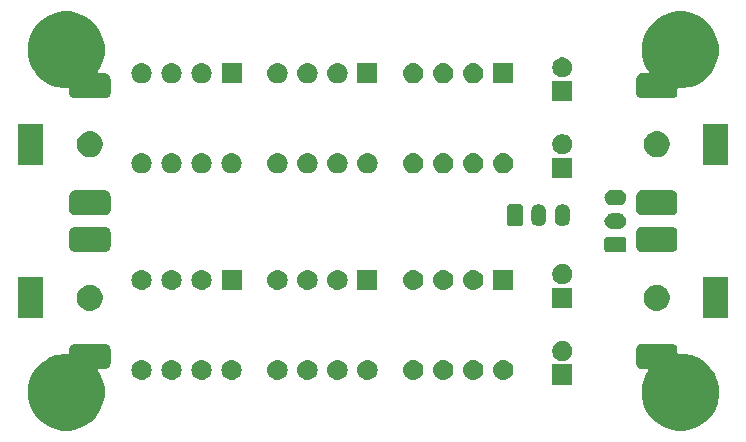
<source format=gbr>
G04 #@! TF.GenerationSoftware,KiCad,Pcbnew,(5.0.1)-rc2*
G04 #@! TF.CreationDate,2019-04-28T00:00:37+02:00*
G04 #@! TF.ProjectId,RIAA,524941412E6B696361645F7063620000,rev?*
G04 #@! TF.SameCoordinates,Original*
G04 #@! TF.FileFunction,Soldermask,Top*
G04 #@! TF.FilePolarity,Negative*
%FSLAX46Y46*%
G04 Gerber Fmt 4.6, Leading zero omitted, Abs format (unit mm)*
G04 Created by KiCad (PCBNEW (5.0.1)-rc2) date 28-04-2019 00:00:37*
%MOMM*%
%LPD*%
G01*
G04 APERTURE LIST*
%ADD10C,0.100000*%
G04 APERTURE END LIST*
D10*
G36*
X179878210Y-114908489D02*
X179964949Y-114934802D01*
X180044891Y-114977532D01*
X180114963Y-115035037D01*
X180172468Y-115105109D01*
X180215198Y-115185051D01*
X180241511Y-115271790D01*
X180251000Y-115368140D01*
X180251000Y-115604000D01*
X180253402Y-115628386D01*
X180260515Y-115651835D01*
X180272066Y-115673446D01*
X180287612Y-115692388D01*
X180306554Y-115707934D01*
X180328165Y-115719485D01*
X180351614Y-115726598D01*
X180376000Y-115729000D01*
X180822167Y-115729000D01*
X181454113Y-115854702D01*
X181454115Y-115854703D01*
X181454116Y-115854703D01*
X182049400Y-116101277D01*
X182582724Y-116457633D01*
X182585144Y-116459250D01*
X183040750Y-116914856D01*
X183040752Y-116914859D01*
X183398723Y-117450600D01*
X183609179Y-117958687D01*
X183645298Y-118045887D01*
X183771000Y-118677833D01*
X183771000Y-119322167D01*
X183646458Y-119948282D01*
X183645297Y-119954116D01*
X183398723Y-120549400D01*
X183049271Y-121072392D01*
X183040750Y-121085144D01*
X182585144Y-121540750D01*
X182585141Y-121540752D01*
X182049400Y-121898723D01*
X181454116Y-122145297D01*
X181454115Y-122145297D01*
X181454113Y-122145298D01*
X180822167Y-122271000D01*
X180177833Y-122271000D01*
X179545887Y-122145298D01*
X179545885Y-122145297D01*
X179545884Y-122145297D01*
X178950600Y-121898723D01*
X178414859Y-121540752D01*
X178414856Y-121540750D01*
X177959250Y-121085144D01*
X177950729Y-121072392D01*
X177601277Y-120549400D01*
X177354703Y-119954116D01*
X177353543Y-119948282D01*
X177229000Y-119322167D01*
X177229000Y-118677833D01*
X177354702Y-118045887D01*
X177390821Y-117958687D01*
X177601277Y-117450600D01*
X177771768Y-117195443D01*
X177783317Y-117173835D01*
X177790430Y-117150386D01*
X177792832Y-117126000D01*
X177790430Y-117101614D01*
X177783317Y-117078164D01*
X177771766Y-117056554D01*
X177756220Y-117037612D01*
X177737278Y-117022066D01*
X177715667Y-117010515D01*
X177692218Y-117003402D01*
X177667832Y-117001000D01*
X177218140Y-117001000D01*
X177121790Y-116991511D01*
X177035051Y-116965198D01*
X176955109Y-116922468D01*
X176885037Y-116864963D01*
X176827532Y-116794891D01*
X176784802Y-116714949D01*
X176758489Y-116628210D01*
X176749000Y-116531860D01*
X176749000Y-115368140D01*
X176758489Y-115271790D01*
X176784802Y-115185051D01*
X176827532Y-115105109D01*
X176885037Y-115035037D01*
X176955109Y-114977532D01*
X177035051Y-114934802D01*
X177121790Y-114908489D01*
X177218140Y-114899000D01*
X179781860Y-114899000D01*
X179878210Y-114908489D01*
X179878210Y-114908489D01*
G37*
G36*
X131878210Y-114908489D02*
X131964949Y-114934802D01*
X132044891Y-114977532D01*
X132114963Y-115035037D01*
X132172468Y-115105109D01*
X132215198Y-115185051D01*
X132241511Y-115271790D01*
X132251000Y-115368140D01*
X132251000Y-116531860D01*
X132241511Y-116628210D01*
X132215198Y-116714949D01*
X132172468Y-116794891D01*
X132114963Y-116864963D01*
X132044891Y-116922468D01*
X131964949Y-116965198D01*
X131878210Y-116991511D01*
X131781860Y-117001000D01*
X131308114Y-117001000D01*
X131283728Y-117003402D01*
X131260279Y-117010515D01*
X131238668Y-117022066D01*
X131219726Y-117037612D01*
X131204180Y-117056554D01*
X131192629Y-117078165D01*
X131185516Y-117101614D01*
X131183114Y-117126000D01*
X131185516Y-117150386D01*
X131192629Y-117173835D01*
X131204180Y-117195446D01*
X131380999Y-117460074D01*
X131626066Y-118051718D01*
X131626066Y-118051719D01*
X131751000Y-118679803D01*
X131751000Y-119320197D01*
X131750608Y-119322167D01*
X131626066Y-119948282D01*
X131380999Y-120539926D01*
X131027615Y-121068802D01*
X131025214Y-121072395D01*
X130572395Y-121525214D01*
X130572392Y-121525216D01*
X130039926Y-121880999D01*
X129448282Y-122126066D01*
X129134239Y-122188533D01*
X128820197Y-122251000D01*
X128179803Y-122251000D01*
X127865761Y-122188533D01*
X127551718Y-122126066D01*
X126960074Y-121880999D01*
X126427608Y-121525216D01*
X126427605Y-121525214D01*
X125974786Y-121072395D01*
X125972385Y-121068802D01*
X125619001Y-120539926D01*
X125373934Y-119948282D01*
X125249392Y-119322167D01*
X125249000Y-119320197D01*
X125249000Y-118679803D01*
X125373934Y-118051719D01*
X125373934Y-118051718D01*
X125619001Y-117460074D01*
X125974784Y-116927608D01*
X125974786Y-116927605D01*
X126427605Y-116474786D01*
X126661807Y-116318297D01*
X126960074Y-116119001D01*
X127551718Y-115873934D01*
X127865761Y-115811467D01*
X128179803Y-115749000D01*
X128624000Y-115749000D01*
X128648386Y-115746598D01*
X128671835Y-115739485D01*
X128693446Y-115727934D01*
X128712388Y-115712388D01*
X128727934Y-115693446D01*
X128739485Y-115671835D01*
X128746598Y-115648386D01*
X128749000Y-115624000D01*
X128749000Y-115368140D01*
X128758489Y-115271790D01*
X128784802Y-115185051D01*
X128827532Y-115105109D01*
X128885037Y-115035037D01*
X128955109Y-114977532D01*
X129035051Y-114934802D01*
X129121790Y-114908489D01*
X129218140Y-114899000D01*
X131781860Y-114899000D01*
X131878210Y-114908489D01*
X131878210Y-114908489D01*
G37*
G36*
X171351000Y-118351000D02*
X169649000Y-118351000D01*
X169649000Y-116649000D01*
X171351000Y-116649000D01*
X171351000Y-118351000D01*
X171351000Y-118351000D01*
G37*
G36*
X160586821Y-116281313D02*
X160586824Y-116281314D01*
X160586825Y-116281314D01*
X160747239Y-116329975D01*
X160747241Y-116329976D01*
X160747244Y-116329977D01*
X160895078Y-116408995D01*
X161024659Y-116515341D01*
X161131005Y-116644922D01*
X161210023Y-116792756D01*
X161258687Y-116953179D01*
X161275117Y-117120000D01*
X161258687Y-117286821D01*
X161210023Y-117447244D01*
X161131005Y-117595078D01*
X161024659Y-117724659D01*
X160895078Y-117831005D01*
X160747244Y-117910023D01*
X160747241Y-117910024D01*
X160747239Y-117910025D01*
X160586825Y-117958686D01*
X160586824Y-117958686D01*
X160586821Y-117958687D01*
X160461804Y-117971000D01*
X160378196Y-117971000D01*
X160253179Y-117958687D01*
X160253176Y-117958686D01*
X160253175Y-117958686D01*
X160092761Y-117910025D01*
X160092759Y-117910024D01*
X160092756Y-117910023D01*
X159944922Y-117831005D01*
X159815341Y-117724659D01*
X159708995Y-117595078D01*
X159629977Y-117447244D01*
X159581313Y-117286821D01*
X159564883Y-117120000D01*
X159581313Y-116953179D01*
X159629977Y-116792756D01*
X159708995Y-116644922D01*
X159815341Y-116515341D01*
X159944922Y-116408995D01*
X160092756Y-116329977D01*
X160092759Y-116329976D01*
X160092761Y-116329975D01*
X160253175Y-116281314D01*
X160253176Y-116281314D01*
X160253179Y-116281313D01*
X160378196Y-116269000D01*
X160461804Y-116269000D01*
X160586821Y-116281313D01*
X160586821Y-116281313D01*
G37*
G36*
X137586821Y-116281313D02*
X137586824Y-116281314D01*
X137586825Y-116281314D01*
X137747239Y-116329975D01*
X137747241Y-116329976D01*
X137747244Y-116329977D01*
X137895078Y-116408995D01*
X138024659Y-116515341D01*
X138131005Y-116644922D01*
X138210023Y-116792756D01*
X138258687Y-116953179D01*
X138275117Y-117120000D01*
X138258687Y-117286821D01*
X138210023Y-117447244D01*
X138131005Y-117595078D01*
X138024659Y-117724659D01*
X137895078Y-117831005D01*
X137747244Y-117910023D01*
X137747241Y-117910024D01*
X137747239Y-117910025D01*
X137586825Y-117958686D01*
X137586824Y-117958686D01*
X137586821Y-117958687D01*
X137461804Y-117971000D01*
X137378196Y-117971000D01*
X137253179Y-117958687D01*
X137253176Y-117958686D01*
X137253175Y-117958686D01*
X137092761Y-117910025D01*
X137092759Y-117910024D01*
X137092756Y-117910023D01*
X136944922Y-117831005D01*
X136815341Y-117724659D01*
X136708995Y-117595078D01*
X136629977Y-117447244D01*
X136581313Y-117286821D01*
X136564883Y-117120000D01*
X136581313Y-116953179D01*
X136629977Y-116792756D01*
X136708995Y-116644922D01*
X136815341Y-116515341D01*
X136944922Y-116408995D01*
X137092756Y-116329977D01*
X137092759Y-116329976D01*
X137092761Y-116329975D01*
X137253175Y-116281314D01*
X137253176Y-116281314D01*
X137253179Y-116281313D01*
X137378196Y-116269000D01*
X137461804Y-116269000D01*
X137586821Y-116281313D01*
X137586821Y-116281313D01*
G37*
G36*
X165666821Y-116281313D02*
X165666824Y-116281314D01*
X165666825Y-116281314D01*
X165827239Y-116329975D01*
X165827241Y-116329976D01*
X165827244Y-116329977D01*
X165975078Y-116408995D01*
X166104659Y-116515341D01*
X166211005Y-116644922D01*
X166290023Y-116792756D01*
X166338687Y-116953179D01*
X166355117Y-117120000D01*
X166338687Y-117286821D01*
X166290023Y-117447244D01*
X166211005Y-117595078D01*
X166104659Y-117724659D01*
X165975078Y-117831005D01*
X165827244Y-117910023D01*
X165827241Y-117910024D01*
X165827239Y-117910025D01*
X165666825Y-117958686D01*
X165666824Y-117958686D01*
X165666821Y-117958687D01*
X165541804Y-117971000D01*
X165458196Y-117971000D01*
X165333179Y-117958687D01*
X165333176Y-117958686D01*
X165333175Y-117958686D01*
X165172761Y-117910025D01*
X165172759Y-117910024D01*
X165172756Y-117910023D01*
X165024922Y-117831005D01*
X164895341Y-117724659D01*
X164788995Y-117595078D01*
X164709977Y-117447244D01*
X164661313Y-117286821D01*
X164644883Y-117120000D01*
X164661313Y-116953179D01*
X164709977Y-116792756D01*
X164788995Y-116644922D01*
X164895341Y-116515341D01*
X165024922Y-116408995D01*
X165172756Y-116329977D01*
X165172759Y-116329976D01*
X165172761Y-116329975D01*
X165333175Y-116281314D01*
X165333176Y-116281314D01*
X165333179Y-116281313D01*
X165458196Y-116269000D01*
X165541804Y-116269000D01*
X165666821Y-116281313D01*
X165666821Y-116281313D01*
G37*
G36*
X163126821Y-116281313D02*
X163126824Y-116281314D01*
X163126825Y-116281314D01*
X163287239Y-116329975D01*
X163287241Y-116329976D01*
X163287244Y-116329977D01*
X163435078Y-116408995D01*
X163564659Y-116515341D01*
X163671005Y-116644922D01*
X163750023Y-116792756D01*
X163798687Y-116953179D01*
X163815117Y-117120000D01*
X163798687Y-117286821D01*
X163750023Y-117447244D01*
X163671005Y-117595078D01*
X163564659Y-117724659D01*
X163435078Y-117831005D01*
X163287244Y-117910023D01*
X163287241Y-117910024D01*
X163287239Y-117910025D01*
X163126825Y-117958686D01*
X163126824Y-117958686D01*
X163126821Y-117958687D01*
X163001804Y-117971000D01*
X162918196Y-117971000D01*
X162793179Y-117958687D01*
X162793176Y-117958686D01*
X162793175Y-117958686D01*
X162632761Y-117910025D01*
X162632759Y-117910024D01*
X162632756Y-117910023D01*
X162484922Y-117831005D01*
X162355341Y-117724659D01*
X162248995Y-117595078D01*
X162169977Y-117447244D01*
X162121313Y-117286821D01*
X162104883Y-117120000D01*
X162121313Y-116953179D01*
X162169977Y-116792756D01*
X162248995Y-116644922D01*
X162355341Y-116515341D01*
X162484922Y-116408995D01*
X162632756Y-116329977D01*
X162632759Y-116329976D01*
X162632761Y-116329975D01*
X162793175Y-116281314D01*
X162793176Y-116281314D01*
X162793179Y-116281313D01*
X162918196Y-116269000D01*
X163001804Y-116269000D01*
X163126821Y-116281313D01*
X163126821Y-116281313D01*
G37*
G36*
X158046821Y-116281313D02*
X158046824Y-116281314D01*
X158046825Y-116281314D01*
X158207239Y-116329975D01*
X158207241Y-116329976D01*
X158207244Y-116329977D01*
X158355078Y-116408995D01*
X158484659Y-116515341D01*
X158591005Y-116644922D01*
X158670023Y-116792756D01*
X158718687Y-116953179D01*
X158735117Y-117120000D01*
X158718687Y-117286821D01*
X158670023Y-117447244D01*
X158591005Y-117595078D01*
X158484659Y-117724659D01*
X158355078Y-117831005D01*
X158207244Y-117910023D01*
X158207241Y-117910024D01*
X158207239Y-117910025D01*
X158046825Y-117958686D01*
X158046824Y-117958686D01*
X158046821Y-117958687D01*
X157921804Y-117971000D01*
X157838196Y-117971000D01*
X157713179Y-117958687D01*
X157713176Y-117958686D01*
X157713175Y-117958686D01*
X157552761Y-117910025D01*
X157552759Y-117910024D01*
X157552756Y-117910023D01*
X157404922Y-117831005D01*
X157275341Y-117724659D01*
X157168995Y-117595078D01*
X157089977Y-117447244D01*
X157041313Y-117286821D01*
X157024883Y-117120000D01*
X157041313Y-116953179D01*
X157089977Y-116792756D01*
X157168995Y-116644922D01*
X157275341Y-116515341D01*
X157404922Y-116408995D01*
X157552756Y-116329977D01*
X157552759Y-116329976D01*
X157552761Y-116329975D01*
X157713175Y-116281314D01*
X157713176Y-116281314D01*
X157713179Y-116281313D01*
X157838196Y-116269000D01*
X157921804Y-116269000D01*
X158046821Y-116281313D01*
X158046821Y-116281313D01*
G37*
G36*
X146546821Y-116281313D02*
X146546824Y-116281314D01*
X146546825Y-116281314D01*
X146707239Y-116329975D01*
X146707241Y-116329976D01*
X146707244Y-116329977D01*
X146855078Y-116408995D01*
X146984659Y-116515341D01*
X147091005Y-116644922D01*
X147170023Y-116792756D01*
X147218687Y-116953179D01*
X147235117Y-117120000D01*
X147218687Y-117286821D01*
X147170023Y-117447244D01*
X147091005Y-117595078D01*
X146984659Y-117724659D01*
X146855078Y-117831005D01*
X146707244Y-117910023D01*
X146707241Y-117910024D01*
X146707239Y-117910025D01*
X146546825Y-117958686D01*
X146546824Y-117958686D01*
X146546821Y-117958687D01*
X146421804Y-117971000D01*
X146338196Y-117971000D01*
X146213179Y-117958687D01*
X146213176Y-117958686D01*
X146213175Y-117958686D01*
X146052761Y-117910025D01*
X146052759Y-117910024D01*
X146052756Y-117910023D01*
X145904922Y-117831005D01*
X145775341Y-117724659D01*
X145668995Y-117595078D01*
X145589977Y-117447244D01*
X145541313Y-117286821D01*
X145524883Y-117120000D01*
X145541313Y-116953179D01*
X145589977Y-116792756D01*
X145668995Y-116644922D01*
X145775341Y-116515341D01*
X145904922Y-116408995D01*
X146052756Y-116329977D01*
X146052759Y-116329976D01*
X146052761Y-116329975D01*
X146213175Y-116281314D01*
X146213176Y-116281314D01*
X146213179Y-116281313D01*
X146338196Y-116269000D01*
X146421804Y-116269000D01*
X146546821Y-116281313D01*
X146546821Y-116281313D01*
G37*
G36*
X149086821Y-116281313D02*
X149086824Y-116281314D01*
X149086825Y-116281314D01*
X149247239Y-116329975D01*
X149247241Y-116329976D01*
X149247244Y-116329977D01*
X149395078Y-116408995D01*
X149524659Y-116515341D01*
X149631005Y-116644922D01*
X149710023Y-116792756D01*
X149758687Y-116953179D01*
X149775117Y-117120000D01*
X149758687Y-117286821D01*
X149710023Y-117447244D01*
X149631005Y-117595078D01*
X149524659Y-117724659D01*
X149395078Y-117831005D01*
X149247244Y-117910023D01*
X149247241Y-117910024D01*
X149247239Y-117910025D01*
X149086825Y-117958686D01*
X149086824Y-117958686D01*
X149086821Y-117958687D01*
X148961804Y-117971000D01*
X148878196Y-117971000D01*
X148753179Y-117958687D01*
X148753176Y-117958686D01*
X148753175Y-117958686D01*
X148592761Y-117910025D01*
X148592759Y-117910024D01*
X148592756Y-117910023D01*
X148444922Y-117831005D01*
X148315341Y-117724659D01*
X148208995Y-117595078D01*
X148129977Y-117447244D01*
X148081313Y-117286821D01*
X148064883Y-117120000D01*
X148081313Y-116953179D01*
X148129977Y-116792756D01*
X148208995Y-116644922D01*
X148315341Y-116515341D01*
X148444922Y-116408995D01*
X148592756Y-116329977D01*
X148592759Y-116329976D01*
X148592761Y-116329975D01*
X148753175Y-116281314D01*
X148753176Y-116281314D01*
X148753179Y-116281313D01*
X148878196Y-116269000D01*
X148961804Y-116269000D01*
X149086821Y-116281313D01*
X149086821Y-116281313D01*
G37*
G36*
X151626821Y-116281313D02*
X151626824Y-116281314D01*
X151626825Y-116281314D01*
X151787239Y-116329975D01*
X151787241Y-116329976D01*
X151787244Y-116329977D01*
X151935078Y-116408995D01*
X152064659Y-116515341D01*
X152171005Y-116644922D01*
X152250023Y-116792756D01*
X152298687Y-116953179D01*
X152315117Y-117120000D01*
X152298687Y-117286821D01*
X152250023Y-117447244D01*
X152171005Y-117595078D01*
X152064659Y-117724659D01*
X151935078Y-117831005D01*
X151787244Y-117910023D01*
X151787241Y-117910024D01*
X151787239Y-117910025D01*
X151626825Y-117958686D01*
X151626824Y-117958686D01*
X151626821Y-117958687D01*
X151501804Y-117971000D01*
X151418196Y-117971000D01*
X151293179Y-117958687D01*
X151293176Y-117958686D01*
X151293175Y-117958686D01*
X151132761Y-117910025D01*
X151132759Y-117910024D01*
X151132756Y-117910023D01*
X150984922Y-117831005D01*
X150855341Y-117724659D01*
X150748995Y-117595078D01*
X150669977Y-117447244D01*
X150621313Y-117286821D01*
X150604883Y-117120000D01*
X150621313Y-116953179D01*
X150669977Y-116792756D01*
X150748995Y-116644922D01*
X150855341Y-116515341D01*
X150984922Y-116408995D01*
X151132756Y-116329977D01*
X151132759Y-116329976D01*
X151132761Y-116329975D01*
X151293175Y-116281314D01*
X151293176Y-116281314D01*
X151293179Y-116281313D01*
X151418196Y-116269000D01*
X151501804Y-116269000D01*
X151626821Y-116281313D01*
X151626821Y-116281313D01*
G37*
G36*
X154166821Y-116281313D02*
X154166824Y-116281314D01*
X154166825Y-116281314D01*
X154327239Y-116329975D01*
X154327241Y-116329976D01*
X154327244Y-116329977D01*
X154475078Y-116408995D01*
X154604659Y-116515341D01*
X154711005Y-116644922D01*
X154790023Y-116792756D01*
X154838687Y-116953179D01*
X154855117Y-117120000D01*
X154838687Y-117286821D01*
X154790023Y-117447244D01*
X154711005Y-117595078D01*
X154604659Y-117724659D01*
X154475078Y-117831005D01*
X154327244Y-117910023D01*
X154327241Y-117910024D01*
X154327239Y-117910025D01*
X154166825Y-117958686D01*
X154166824Y-117958686D01*
X154166821Y-117958687D01*
X154041804Y-117971000D01*
X153958196Y-117971000D01*
X153833179Y-117958687D01*
X153833176Y-117958686D01*
X153833175Y-117958686D01*
X153672761Y-117910025D01*
X153672759Y-117910024D01*
X153672756Y-117910023D01*
X153524922Y-117831005D01*
X153395341Y-117724659D01*
X153288995Y-117595078D01*
X153209977Y-117447244D01*
X153161313Y-117286821D01*
X153144883Y-117120000D01*
X153161313Y-116953179D01*
X153209977Y-116792756D01*
X153288995Y-116644922D01*
X153395341Y-116515341D01*
X153524922Y-116408995D01*
X153672756Y-116329977D01*
X153672759Y-116329976D01*
X153672761Y-116329975D01*
X153833175Y-116281314D01*
X153833176Y-116281314D01*
X153833179Y-116281313D01*
X153958196Y-116269000D01*
X154041804Y-116269000D01*
X154166821Y-116281313D01*
X154166821Y-116281313D01*
G37*
G36*
X135046821Y-116281313D02*
X135046824Y-116281314D01*
X135046825Y-116281314D01*
X135207239Y-116329975D01*
X135207241Y-116329976D01*
X135207244Y-116329977D01*
X135355078Y-116408995D01*
X135484659Y-116515341D01*
X135591005Y-116644922D01*
X135670023Y-116792756D01*
X135718687Y-116953179D01*
X135735117Y-117120000D01*
X135718687Y-117286821D01*
X135670023Y-117447244D01*
X135591005Y-117595078D01*
X135484659Y-117724659D01*
X135355078Y-117831005D01*
X135207244Y-117910023D01*
X135207241Y-117910024D01*
X135207239Y-117910025D01*
X135046825Y-117958686D01*
X135046824Y-117958686D01*
X135046821Y-117958687D01*
X134921804Y-117971000D01*
X134838196Y-117971000D01*
X134713179Y-117958687D01*
X134713176Y-117958686D01*
X134713175Y-117958686D01*
X134552761Y-117910025D01*
X134552759Y-117910024D01*
X134552756Y-117910023D01*
X134404922Y-117831005D01*
X134275341Y-117724659D01*
X134168995Y-117595078D01*
X134089977Y-117447244D01*
X134041313Y-117286821D01*
X134024883Y-117120000D01*
X134041313Y-116953179D01*
X134089977Y-116792756D01*
X134168995Y-116644922D01*
X134275341Y-116515341D01*
X134404922Y-116408995D01*
X134552756Y-116329977D01*
X134552759Y-116329976D01*
X134552761Y-116329975D01*
X134713175Y-116281314D01*
X134713176Y-116281314D01*
X134713179Y-116281313D01*
X134838196Y-116269000D01*
X134921804Y-116269000D01*
X135046821Y-116281313D01*
X135046821Y-116281313D01*
G37*
G36*
X140126821Y-116281313D02*
X140126824Y-116281314D01*
X140126825Y-116281314D01*
X140287239Y-116329975D01*
X140287241Y-116329976D01*
X140287244Y-116329977D01*
X140435078Y-116408995D01*
X140564659Y-116515341D01*
X140671005Y-116644922D01*
X140750023Y-116792756D01*
X140798687Y-116953179D01*
X140815117Y-117120000D01*
X140798687Y-117286821D01*
X140750023Y-117447244D01*
X140671005Y-117595078D01*
X140564659Y-117724659D01*
X140435078Y-117831005D01*
X140287244Y-117910023D01*
X140287241Y-117910024D01*
X140287239Y-117910025D01*
X140126825Y-117958686D01*
X140126824Y-117958686D01*
X140126821Y-117958687D01*
X140001804Y-117971000D01*
X139918196Y-117971000D01*
X139793179Y-117958687D01*
X139793176Y-117958686D01*
X139793175Y-117958686D01*
X139632761Y-117910025D01*
X139632759Y-117910024D01*
X139632756Y-117910023D01*
X139484922Y-117831005D01*
X139355341Y-117724659D01*
X139248995Y-117595078D01*
X139169977Y-117447244D01*
X139121313Y-117286821D01*
X139104883Y-117120000D01*
X139121313Y-116953179D01*
X139169977Y-116792756D01*
X139248995Y-116644922D01*
X139355341Y-116515341D01*
X139484922Y-116408995D01*
X139632756Y-116329977D01*
X139632759Y-116329976D01*
X139632761Y-116329975D01*
X139793175Y-116281314D01*
X139793176Y-116281314D01*
X139793179Y-116281313D01*
X139918196Y-116269000D01*
X140001804Y-116269000D01*
X140126821Y-116281313D01*
X140126821Y-116281313D01*
G37*
G36*
X142666821Y-116281313D02*
X142666824Y-116281314D01*
X142666825Y-116281314D01*
X142827239Y-116329975D01*
X142827241Y-116329976D01*
X142827244Y-116329977D01*
X142975078Y-116408995D01*
X143104659Y-116515341D01*
X143211005Y-116644922D01*
X143290023Y-116792756D01*
X143338687Y-116953179D01*
X143355117Y-117120000D01*
X143338687Y-117286821D01*
X143290023Y-117447244D01*
X143211005Y-117595078D01*
X143104659Y-117724659D01*
X142975078Y-117831005D01*
X142827244Y-117910023D01*
X142827241Y-117910024D01*
X142827239Y-117910025D01*
X142666825Y-117958686D01*
X142666824Y-117958686D01*
X142666821Y-117958687D01*
X142541804Y-117971000D01*
X142458196Y-117971000D01*
X142333179Y-117958687D01*
X142333176Y-117958686D01*
X142333175Y-117958686D01*
X142172761Y-117910025D01*
X142172759Y-117910024D01*
X142172756Y-117910023D01*
X142024922Y-117831005D01*
X141895341Y-117724659D01*
X141788995Y-117595078D01*
X141709977Y-117447244D01*
X141661313Y-117286821D01*
X141644883Y-117120000D01*
X141661313Y-116953179D01*
X141709977Y-116792756D01*
X141788995Y-116644922D01*
X141895341Y-116515341D01*
X142024922Y-116408995D01*
X142172756Y-116329977D01*
X142172759Y-116329976D01*
X142172761Y-116329975D01*
X142333175Y-116281314D01*
X142333176Y-116281314D01*
X142333179Y-116281313D01*
X142458196Y-116269000D01*
X142541804Y-116269000D01*
X142666821Y-116281313D01*
X142666821Y-116281313D01*
G37*
G36*
X170748228Y-114681703D02*
X170903100Y-114745853D01*
X171042481Y-114838985D01*
X171161015Y-114957519D01*
X171254147Y-115096900D01*
X171318297Y-115251772D01*
X171351000Y-115416184D01*
X171351000Y-115583816D01*
X171318297Y-115748228D01*
X171254147Y-115903100D01*
X171161015Y-116042481D01*
X171042481Y-116161015D01*
X170903100Y-116254147D01*
X170748228Y-116318297D01*
X170583816Y-116351000D01*
X170416184Y-116351000D01*
X170251772Y-116318297D01*
X170096900Y-116254147D01*
X169957519Y-116161015D01*
X169838985Y-116042481D01*
X169745853Y-115903100D01*
X169681703Y-115748228D01*
X169649000Y-115583816D01*
X169649000Y-115416184D01*
X169681703Y-115251772D01*
X169745853Y-115096900D01*
X169838985Y-114957519D01*
X169957519Y-114838985D01*
X170096900Y-114745853D01*
X170251772Y-114681703D01*
X170416184Y-114649000D01*
X170583816Y-114649000D01*
X170748228Y-114681703D01*
X170748228Y-114681703D01*
G37*
G36*
X184551000Y-112751000D02*
X182449000Y-112751000D01*
X182449000Y-109249000D01*
X184551000Y-109249000D01*
X184551000Y-112751000D01*
X184551000Y-112751000D01*
G37*
G36*
X126551000Y-112751000D02*
X124449000Y-112751000D01*
X124449000Y-109249000D01*
X126551000Y-109249000D01*
X126551000Y-112751000D01*
X126551000Y-112751000D01*
G37*
G36*
X178714794Y-109920155D02*
X178821150Y-109941311D01*
X178891990Y-109970654D01*
X179021516Y-110024305D01*
X179201850Y-110144801D01*
X179355199Y-110298150D01*
X179355201Y-110298153D01*
X179355202Y-110298154D01*
X179475693Y-110478481D01*
X179475695Y-110478484D01*
X179558689Y-110678851D01*
X179601000Y-110891560D01*
X179601000Y-111108440D01*
X179558689Y-111321149D01*
X179475695Y-111521516D01*
X179355199Y-111701850D01*
X179201850Y-111855199D01*
X179021516Y-111975695D01*
X178891990Y-112029346D01*
X178821150Y-112058689D01*
X178714795Y-112079844D01*
X178608440Y-112101000D01*
X178391560Y-112101000D01*
X178285205Y-112079844D01*
X178178850Y-112058689D01*
X178108010Y-112029346D01*
X177978484Y-111975695D01*
X177798150Y-111855199D01*
X177644801Y-111701850D01*
X177524305Y-111521516D01*
X177441311Y-111321149D01*
X177399000Y-111108440D01*
X177399000Y-110891560D01*
X177441311Y-110678851D01*
X177524305Y-110478484D01*
X177524307Y-110478481D01*
X177644798Y-110298154D01*
X177644799Y-110298153D01*
X177644801Y-110298150D01*
X177798150Y-110144801D01*
X177978484Y-110024305D01*
X178108010Y-109970654D01*
X178178850Y-109941311D01*
X178285206Y-109920155D01*
X178391560Y-109899000D01*
X178608440Y-109899000D01*
X178714794Y-109920155D01*
X178714794Y-109920155D01*
G37*
G36*
X130714794Y-109920155D02*
X130821150Y-109941311D01*
X130891990Y-109970654D01*
X131021516Y-110024305D01*
X131201850Y-110144801D01*
X131355199Y-110298150D01*
X131355201Y-110298153D01*
X131355202Y-110298154D01*
X131475693Y-110478481D01*
X131475695Y-110478484D01*
X131558689Y-110678851D01*
X131601000Y-110891560D01*
X131601000Y-111108440D01*
X131558689Y-111321149D01*
X131475695Y-111521516D01*
X131355199Y-111701850D01*
X131201850Y-111855199D01*
X131021516Y-111975695D01*
X130891990Y-112029346D01*
X130821150Y-112058689D01*
X130714795Y-112079844D01*
X130608440Y-112101000D01*
X130391560Y-112101000D01*
X130285205Y-112079844D01*
X130178850Y-112058689D01*
X130108010Y-112029346D01*
X129978484Y-111975695D01*
X129798150Y-111855199D01*
X129644801Y-111701850D01*
X129524305Y-111521516D01*
X129441311Y-111321149D01*
X129399000Y-111108440D01*
X129399000Y-110891560D01*
X129441311Y-110678851D01*
X129524305Y-110478484D01*
X129524307Y-110478481D01*
X129644798Y-110298154D01*
X129644799Y-110298153D01*
X129644801Y-110298150D01*
X129798150Y-110144801D01*
X129978484Y-110024305D01*
X130108010Y-109970654D01*
X130178850Y-109941311D01*
X130285206Y-109920155D01*
X130391560Y-109899000D01*
X130608440Y-109899000D01*
X130714794Y-109920155D01*
X130714794Y-109920155D01*
G37*
G36*
X171351000Y-111851000D02*
X169649000Y-111851000D01*
X169649000Y-110149000D01*
X171351000Y-110149000D01*
X171351000Y-111851000D01*
X171351000Y-111851000D01*
G37*
G36*
X163126821Y-108661313D02*
X163126824Y-108661314D01*
X163126825Y-108661314D01*
X163287239Y-108709975D01*
X163287241Y-108709976D01*
X163287244Y-108709977D01*
X163435078Y-108788995D01*
X163564659Y-108895341D01*
X163671005Y-109024922D01*
X163750023Y-109172756D01*
X163750024Y-109172759D01*
X163750025Y-109172761D01*
X163798686Y-109333175D01*
X163798687Y-109333179D01*
X163815117Y-109500000D01*
X163798687Y-109666821D01*
X163798686Y-109666824D01*
X163798686Y-109666825D01*
X163752738Y-109818297D01*
X163750023Y-109827244D01*
X163671005Y-109975078D01*
X163564659Y-110104659D01*
X163435078Y-110211005D01*
X163287244Y-110290023D01*
X163287241Y-110290024D01*
X163287239Y-110290025D01*
X163126825Y-110338686D01*
X163126824Y-110338686D01*
X163126821Y-110338687D01*
X163001804Y-110351000D01*
X162918196Y-110351000D01*
X162793179Y-110338687D01*
X162793176Y-110338686D01*
X162793175Y-110338686D01*
X162632761Y-110290025D01*
X162632759Y-110290024D01*
X162632756Y-110290023D01*
X162484922Y-110211005D01*
X162355341Y-110104659D01*
X162248995Y-109975078D01*
X162169977Y-109827244D01*
X162167263Y-109818297D01*
X162121314Y-109666825D01*
X162121314Y-109666824D01*
X162121313Y-109666821D01*
X162104883Y-109500000D01*
X162121313Y-109333179D01*
X162121314Y-109333175D01*
X162169975Y-109172761D01*
X162169976Y-109172759D01*
X162169977Y-109172756D01*
X162248995Y-109024922D01*
X162355341Y-108895341D01*
X162484922Y-108788995D01*
X162632756Y-108709977D01*
X162632759Y-108709976D01*
X162632761Y-108709975D01*
X162793175Y-108661314D01*
X162793176Y-108661314D01*
X162793179Y-108661313D01*
X162918196Y-108649000D01*
X163001804Y-108649000D01*
X163126821Y-108661313D01*
X163126821Y-108661313D01*
G37*
G36*
X135046821Y-108661313D02*
X135046824Y-108661314D01*
X135046825Y-108661314D01*
X135207239Y-108709975D01*
X135207241Y-108709976D01*
X135207244Y-108709977D01*
X135355078Y-108788995D01*
X135484659Y-108895341D01*
X135591005Y-109024922D01*
X135670023Y-109172756D01*
X135670024Y-109172759D01*
X135670025Y-109172761D01*
X135718686Y-109333175D01*
X135718687Y-109333179D01*
X135735117Y-109500000D01*
X135718687Y-109666821D01*
X135718686Y-109666824D01*
X135718686Y-109666825D01*
X135672738Y-109818297D01*
X135670023Y-109827244D01*
X135591005Y-109975078D01*
X135484659Y-110104659D01*
X135355078Y-110211005D01*
X135207244Y-110290023D01*
X135207241Y-110290024D01*
X135207239Y-110290025D01*
X135046825Y-110338686D01*
X135046824Y-110338686D01*
X135046821Y-110338687D01*
X134921804Y-110351000D01*
X134838196Y-110351000D01*
X134713179Y-110338687D01*
X134713176Y-110338686D01*
X134713175Y-110338686D01*
X134552761Y-110290025D01*
X134552759Y-110290024D01*
X134552756Y-110290023D01*
X134404922Y-110211005D01*
X134275341Y-110104659D01*
X134168995Y-109975078D01*
X134089977Y-109827244D01*
X134087263Y-109818297D01*
X134041314Y-109666825D01*
X134041314Y-109666824D01*
X134041313Y-109666821D01*
X134024883Y-109500000D01*
X134041313Y-109333179D01*
X134041314Y-109333175D01*
X134089975Y-109172761D01*
X134089976Y-109172759D01*
X134089977Y-109172756D01*
X134168995Y-109024922D01*
X134275341Y-108895341D01*
X134404922Y-108788995D01*
X134552756Y-108709977D01*
X134552759Y-108709976D01*
X134552761Y-108709975D01*
X134713175Y-108661314D01*
X134713176Y-108661314D01*
X134713179Y-108661313D01*
X134838196Y-108649000D01*
X134921804Y-108649000D01*
X135046821Y-108661313D01*
X135046821Y-108661313D01*
G37*
G36*
X137586821Y-108661313D02*
X137586824Y-108661314D01*
X137586825Y-108661314D01*
X137747239Y-108709975D01*
X137747241Y-108709976D01*
X137747244Y-108709977D01*
X137895078Y-108788995D01*
X138024659Y-108895341D01*
X138131005Y-109024922D01*
X138210023Y-109172756D01*
X138210024Y-109172759D01*
X138210025Y-109172761D01*
X138258686Y-109333175D01*
X138258687Y-109333179D01*
X138275117Y-109500000D01*
X138258687Y-109666821D01*
X138258686Y-109666824D01*
X138258686Y-109666825D01*
X138212738Y-109818297D01*
X138210023Y-109827244D01*
X138131005Y-109975078D01*
X138024659Y-110104659D01*
X137895078Y-110211005D01*
X137747244Y-110290023D01*
X137747241Y-110290024D01*
X137747239Y-110290025D01*
X137586825Y-110338686D01*
X137586824Y-110338686D01*
X137586821Y-110338687D01*
X137461804Y-110351000D01*
X137378196Y-110351000D01*
X137253179Y-110338687D01*
X137253176Y-110338686D01*
X137253175Y-110338686D01*
X137092761Y-110290025D01*
X137092759Y-110290024D01*
X137092756Y-110290023D01*
X136944922Y-110211005D01*
X136815341Y-110104659D01*
X136708995Y-109975078D01*
X136629977Y-109827244D01*
X136627263Y-109818297D01*
X136581314Y-109666825D01*
X136581314Y-109666824D01*
X136581313Y-109666821D01*
X136564883Y-109500000D01*
X136581313Y-109333179D01*
X136581314Y-109333175D01*
X136629975Y-109172761D01*
X136629976Y-109172759D01*
X136629977Y-109172756D01*
X136708995Y-109024922D01*
X136815341Y-108895341D01*
X136944922Y-108788995D01*
X137092756Y-108709977D01*
X137092759Y-108709976D01*
X137092761Y-108709975D01*
X137253175Y-108661314D01*
X137253176Y-108661314D01*
X137253179Y-108661313D01*
X137378196Y-108649000D01*
X137461804Y-108649000D01*
X137586821Y-108661313D01*
X137586821Y-108661313D01*
G37*
G36*
X140126821Y-108661313D02*
X140126824Y-108661314D01*
X140126825Y-108661314D01*
X140287239Y-108709975D01*
X140287241Y-108709976D01*
X140287244Y-108709977D01*
X140435078Y-108788995D01*
X140564659Y-108895341D01*
X140671005Y-109024922D01*
X140750023Y-109172756D01*
X140750024Y-109172759D01*
X140750025Y-109172761D01*
X140798686Y-109333175D01*
X140798687Y-109333179D01*
X140815117Y-109500000D01*
X140798687Y-109666821D01*
X140798686Y-109666824D01*
X140798686Y-109666825D01*
X140752738Y-109818297D01*
X140750023Y-109827244D01*
X140671005Y-109975078D01*
X140564659Y-110104659D01*
X140435078Y-110211005D01*
X140287244Y-110290023D01*
X140287241Y-110290024D01*
X140287239Y-110290025D01*
X140126825Y-110338686D01*
X140126824Y-110338686D01*
X140126821Y-110338687D01*
X140001804Y-110351000D01*
X139918196Y-110351000D01*
X139793179Y-110338687D01*
X139793176Y-110338686D01*
X139793175Y-110338686D01*
X139632761Y-110290025D01*
X139632759Y-110290024D01*
X139632756Y-110290023D01*
X139484922Y-110211005D01*
X139355341Y-110104659D01*
X139248995Y-109975078D01*
X139169977Y-109827244D01*
X139167263Y-109818297D01*
X139121314Y-109666825D01*
X139121314Y-109666824D01*
X139121313Y-109666821D01*
X139104883Y-109500000D01*
X139121313Y-109333179D01*
X139121314Y-109333175D01*
X139169975Y-109172761D01*
X139169976Y-109172759D01*
X139169977Y-109172756D01*
X139248995Y-109024922D01*
X139355341Y-108895341D01*
X139484922Y-108788995D01*
X139632756Y-108709977D01*
X139632759Y-108709976D01*
X139632761Y-108709975D01*
X139793175Y-108661314D01*
X139793176Y-108661314D01*
X139793179Y-108661313D01*
X139918196Y-108649000D01*
X140001804Y-108649000D01*
X140126821Y-108661313D01*
X140126821Y-108661313D01*
G37*
G36*
X146546821Y-108661313D02*
X146546824Y-108661314D01*
X146546825Y-108661314D01*
X146707239Y-108709975D01*
X146707241Y-108709976D01*
X146707244Y-108709977D01*
X146855078Y-108788995D01*
X146984659Y-108895341D01*
X147091005Y-109024922D01*
X147170023Y-109172756D01*
X147170024Y-109172759D01*
X147170025Y-109172761D01*
X147218686Y-109333175D01*
X147218687Y-109333179D01*
X147235117Y-109500000D01*
X147218687Y-109666821D01*
X147218686Y-109666824D01*
X147218686Y-109666825D01*
X147172738Y-109818297D01*
X147170023Y-109827244D01*
X147091005Y-109975078D01*
X146984659Y-110104659D01*
X146855078Y-110211005D01*
X146707244Y-110290023D01*
X146707241Y-110290024D01*
X146707239Y-110290025D01*
X146546825Y-110338686D01*
X146546824Y-110338686D01*
X146546821Y-110338687D01*
X146421804Y-110351000D01*
X146338196Y-110351000D01*
X146213179Y-110338687D01*
X146213176Y-110338686D01*
X146213175Y-110338686D01*
X146052761Y-110290025D01*
X146052759Y-110290024D01*
X146052756Y-110290023D01*
X145904922Y-110211005D01*
X145775341Y-110104659D01*
X145668995Y-109975078D01*
X145589977Y-109827244D01*
X145587263Y-109818297D01*
X145541314Y-109666825D01*
X145541314Y-109666824D01*
X145541313Y-109666821D01*
X145524883Y-109500000D01*
X145541313Y-109333179D01*
X145541314Y-109333175D01*
X145589975Y-109172761D01*
X145589976Y-109172759D01*
X145589977Y-109172756D01*
X145668995Y-109024922D01*
X145775341Y-108895341D01*
X145904922Y-108788995D01*
X146052756Y-108709977D01*
X146052759Y-108709976D01*
X146052761Y-108709975D01*
X146213175Y-108661314D01*
X146213176Y-108661314D01*
X146213179Y-108661313D01*
X146338196Y-108649000D01*
X146421804Y-108649000D01*
X146546821Y-108661313D01*
X146546821Y-108661313D01*
G37*
G36*
X143351000Y-110351000D02*
X141649000Y-110351000D01*
X141649000Y-108649000D01*
X143351000Y-108649000D01*
X143351000Y-110351000D01*
X143351000Y-110351000D01*
G37*
G36*
X151626821Y-108661313D02*
X151626824Y-108661314D01*
X151626825Y-108661314D01*
X151787239Y-108709975D01*
X151787241Y-108709976D01*
X151787244Y-108709977D01*
X151935078Y-108788995D01*
X152064659Y-108895341D01*
X152171005Y-109024922D01*
X152250023Y-109172756D01*
X152250024Y-109172759D01*
X152250025Y-109172761D01*
X152298686Y-109333175D01*
X152298687Y-109333179D01*
X152315117Y-109500000D01*
X152298687Y-109666821D01*
X152298686Y-109666824D01*
X152298686Y-109666825D01*
X152252738Y-109818297D01*
X152250023Y-109827244D01*
X152171005Y-109975078D01*
X152064659Y-110104659D01*
X151935078Y-110211005D01*
X151787244Y-110290023D01*
X151787241Y-110290024D01*
X151787239Y-110290025D01*
X151626825Y-110338686D01*
X151626824Y-110338686D01*
X151626821Y-110338687D01*
X151501804Y-110351000D01*
X151418196Y-110351000D01*
X151293179Y-110338687D01*
X151293176Y-110338686D01*
X151293175Y-110338686D01*
X151132761Y-110290025D01*
X151132759Y-110290024D01*
X151132756Y-110290023D01*
X150984922Y-110211005D01*
X150855341Y-110104659D01*
X150748995Y-109975078D01*
X150669977Y-109827244D01*
X150667263Y-109818297D01*
X150621314Y-109666825D01*
X150621314Y-109666824D01*
X150621313Y-109666821D01*
X150604883Y-109500000D01*
X150621313Y-109333179D01*
X150621314Y-109333175D01*
X150669975Y-109172761D01*
X150669976Y-109172759D01*
X150669977Y-109172756D01*
X150748995Y-109024922D01*
X150855341Y-108895341D01*
X150984922Y-108788995D01*
X151132756Y-108709977D01*
X151132759Y-108709976D01*
X151132761Y-108709975D01*
X151293175Y-108661314D01*
X151293176Y-108661314D01*
X151293179Y-108661313D01*
X151418196Y-108649000D01*
X151501804Y-108649000D01*
X151626821Y-108661313D01*
X151626821Y-108661313D01*
G37*
G36*
X154851000Y-110351000D02*
X153149000Y-110351000D01*
X153149000Y-108649000D01*
X154851000Y-108649000D01*
X154851000Y-110351000D01*
X154851000Y-110351000D01*
G37*
G36*
X166351000Y-110351000D02*
X164649000Y-110351000D01*
X164649000Y-108649000D01*
X166351000Y-108649000D01*
X166351000Y-110351000D01*
X166351000Y-110351000D01*
G37*
G36*
X158046821Y-108661313D02*
X158046824Y-108661314D01*
X158046825Y-108661314D01*
X158207239Y-108709975D01*
X158207241Y-108709976D01*
X158207244Y-108709977D01*
X158355078Y-108788995D01*
X158484659Y-108895341D01*
X158591005Y-109024922D01*
X158670023Y-109172756D01*
X158670024Y-109172759D01*
X158670025Y-109172761D01*
X158718686Y-109333175D01*
X158718687Y-109333179D01*
X158735117Y-109500000D01*
X158718687Y-109666821D01*
X158718686Y-109666824D01*
X158718686Y-109666825D01*
X158672738Y-109818297D01*
X158670023Y-109827244D01*
X158591005Y-109975078D01*
X158484659Y-110104659D01*
X158355078Y-110211005D01*
X158207244Y-110290023D01*
X158207241Y-110290024D01*
X158207239Y-110290025D01*
X158046825Y-110338686D01*
X158046824Y-110338686D01*
X158046821Y-110338687D01*
X157921804Y-110351000D01*
X157838196Y-110351000D01*
X157713179Y-110338687D01*
X157713176Y-110338686D01*
X157713175Y-110338686D01*
X157552761Y-110290025D01*
X157552759Y-110290024D01*
X157552756Y-110290023D01*
X157404922Y-110211005D01*
X157275341Y-110104659D01*
X157168995Y-109975078D01*
X157089977Y-109827244D01*
X157087263Y-109818297D01*
X157041314Y-109666825D01*
X157041314Y-109666824D01*
X157041313Y-109666821D01*
X157024883Y-109500000D01*
X157041313Y-109333179D01*
X157041314Y-109333175D01*
X157089975Y-109172761D01*
X157089976Y-109172759D01*
X157089977Y-109172756D01*
X157168995Y-109024922D01*
X157275341Y-108895341D01*
X157404922Y-108788995D01*
X157552756Y-108709977D01*
X157552759Y-108709976D01*
X157552761Y-108709975D01*
X157713175Y-108661314D01*
X157713176Y-108661314D01*
X157713179Y-108661313D01*
X157838196Y-108649000D01*
X157921804Y-108649000D01*
X158046821Y-108661313D01*
X158046821Y-108661313D01*
G37*
G36*
X160586821Y-108661313D02*
X160586824Y-108661314D01*
X160586825Y-108661314D01*
X160747239Y-108709975D01*
X160747241Y-108709976D01*
X160747244Y-108709977D01*
X160895078Y-108788995D01*
X161024659Y-108895341D01*
X161131005Y-109024922D01*
X161210023Y-109172756D01*
X161210024Y-109172759D01*
X161210025Y-109172761D01*
X161258686Y-109333175D01*
X161258687Y-109333179D01*
X161275117Y-109500000D01*
X161258687Y-109666821D01*
X161258686Y-109666824D01*
X161258686Y-109666825D01*
X161212738Y-109818297D01*
X161210023Y-109827244D01*
X161131005Y-109975078D01*
X161024659Y-110104659D01*
X160895078Y-110211005D01*
X160747244Y-110290023D01*
X160747241Y-110290024D01*
X160747239Y-110290025D01*
X160586825Y-110338686D01*
X160586824Y-110338686D01*
X160586821Y-110338687D01*
X160461804Y-110351000D01*
X160378196Y-110351000D01*
X160253179Y-110338687D01*
X160253176Y-110338686D01*
X160253175Y-110338686D01*
X160092761Y-110290025D01*
X160092759Y-110290024D01*
X160092756Y-110290023D01*
X159944922Y-110211005D01*
X159815341Y-110104659D01*
X159708995Y-109975078D01*
X159629977Y-109827244D01*
X159627263Y-109818297D01*
X159581314Y-109666825D01*
X159581314Y-109666824D01*
X159581313Y-109666821D01*
X159564883Y-109500000D01*
X159581313Y-109333179D01*
X159581314Y-109333175D01*
X159629975Y-109172761D01*
X159629976Y-109172759D01*
X159629977Y-109172756D01*
X159708995Y-109024922D01*
X159815341Y-108895341D01*
X159944922Y-108788995D01*
X160092756Y-108709977D01*
X160092759Y-108709976D01*
X160092761Y-108709975D01*
X160253175Y-108661314D01*
X160253176Y-108661314D01*
X160253179Y-108661313D01*
X160378196Y-108649000D01*
X160461804Y-108649000D01*
X160586821Y-108661313D01*
X160586821Y-108661313D01*
G37*
G36*
X149086821Y-108661313D02*
X149086824Y-108661314D01*
X149086825Y-108661314D01*
X149247239Y-108709975D01*
X149247241Y-108709976D01*
X149247244Y-108709977D01*
X149395078Y-108788995D01*
X149524659Y-108895341D01*
X149631005Y-109024922D01*
X149710023Y-109172756D01*
X149710024Y-109172759D01*
X149710025Y-109172761D01*
X149758686Y-109333175D01*
X149758687Y-109333179D01*
X149775117Y-109500000D01*
X149758687Y-109666821D01*
X149758686Y-109666824D01*
X149758686Y-109666825D01*
X149712738Y-109818297D01*
X149710023Y-109827244D01*
X149631005Y-109975078D01*
X149524659Y-110104659D01*
X149395078Y-110211005D01*
X149247244Y-110290023D01*
X149247241Y-110290024D01*
X149247239Y-110290025D01*
X149086825Y-110338686D01*
X149086824Y-110338686D01*
X149086821Y-110338687D01*
X148961804Y-110351000D01*
X148878196Y-110351000D01*
X148753179Y-110338687D01*
X148753176Y-110338686D01*
X148753175Y-110338686D01*
X148592761Y-110290025D01*
X148592759Y-110290024D01*
X148592756Y-110290023D01*
X148444922Y-110211005D01*
X148315341Y-110104659D01*
X148208995Y-109975078D01*
X148129977Y-109827244D01*
X148127263Y-109818297D01*
X148081314Y-109666825D01*
X148081314Y-109666824D01*
X148081313Y-109666821D01*
X148064883Y-109500000D01*
X148081313Y-109333179D01*
X148081314Y-109333175D01*
X148129975Y-109172761D01*
X148129976Y-109172759D01*
X148129977Y-109172756D01*
X148208995Y-109024922D01*
X148315341Y-108895341D01*
X148444922Y-108788995D01*
X148592756Y-108709977D01*
X148592759Y-108709976D01*
X148592761Y-108709975D01*
X148753175Y-108661314D01*
X148753176Y-108661314D01*
X148753179Y-108661313D01*
X148878196Y-108649000D01*
X148961804Y-108649000D01*
X149086821Y-108661313D01*
X149086821Y-108661313D01*
G37*
G36*
X170748228Y-108181703D02*
X170903100Y-108245853D01*
X171042481Y-108338985D01*
X171161015Y-108457519D01*
X171254147Y-108596900D01*
X171318297Y-108751772D01*
X171351000Y-108916184D01*
X171351000Y-109083816D01*
X171318297Y-109248228D01*
X171254147Y-109403100D01*
X171161015Y-109542481D01*
X171042481Y-109661015D01*
X170903100Y-109754147D01*
X170748228Y-109818297D01*
X170583816Y-109851000D01*
X170416184Y-109851000D01*
X170251772Y-109818297D01*
X170096900Y-109754147D01*
X169957519Y-109661015D01*
X169838985Y-109542481D01*
X169745853Y-109403100D01*
X169681703Y-109248228D01*
X169649000Y-109083816D01*
X169649000Y-108916184D01*
X169681703Y-108751772D01*
X169745853Y-108596900D01*
X169838985Y-108457519D01*
X169957519Y-108338985D01*
X170096900Y-108245853D01*
X170251772Y-108181703D01*
X170416184Y-108149000D01*
X170583816Y-108149000D01*
X170748228Y-108181703D01*
X170748228Y-108181703D01*
G37*
G36*
X175766242Y-105853404D02*
X175803339Y-105864657D01*
X175837520Y-105882927D01*
X175867482Y-105907518D01*
X175892073Y-105937480D01*
X175910343Y-105971661D01*
X175921596Y-106008758D01*
X175926000Y-106053473D01*
X175926000Y-106946527D01*
X175921596Y-106991242D01*
X175910343Y-107028339D01*
X175892073Y-107062520D01*
X175867482Y-107092482D01*
X175837520Y-107117073D01*
X175803339Y-107135343D01*
X175766242Y-107146596D01*
X175721527Y-107151000D01*
X174278473Y-107151000D01*
X174233758Y-107146596D01*
X174196661Y-107135343D01*
X174162480Y-107117073D01*
X174132518Y-107092482D01*
X174107927Y-107062520D01*
X174089657Y-107028339D01*
X174078404Y-106991242D01*
X174074000Y-106946527D01*
X174074000Y-106053473D01*
X174078404Y-106008758D01*
X174089657Y-105971661D01*
X174107927Y-105937480D01*
X174132518Y-105907518D01*
X174162480Y-105882927D01*
X174196661Y-105864657D01*
X174233758Y-105853404D01*
X174278473Y-105849000D01*
X175721527Y-105849000D01*
X175766242Y-105853404D01*
X175766242Y-105853404D01*
G37*
G36*
X131878210Y-105008489D02*
X131964949Y-105034802D01*
X132044891Y-105077532D01*
X132114963Y-105135037D01*
X132172468Y-105205109D01*
X132215198Y-105285051D01*
X132241511Y-105371790D01*
X132251000Y-105468140D01*
X132251000Y-106631860D01*
X132241511Y-106728210D01*
X132215198Y-106814949D01*
X132172468Y-106894891D01*
X132114963Y-106964963D01*
X132044891Y-107022468D01*
X131964949Y-107065198D01*
X131878210Y-107091511D01*
X131781860Y-107101000D01*
X129218140Y-107101000D01*
X129121790Y-107091511D01*
X129035051Y-107065198D01*
X128955109Y-107022468D01*
X128885037Y-106964963D01*
X128827532Y-106894891D01*
X128784802Y-106814949D01*
X128758489Y-106728210D01*
X128749000Y-106631860D01*
X128749000Y-105468140D01*
X128758489Y-105371790D01*
X128784802Y-105285051D01*
X128827532Y-105205109D01*
X128885037Y-105135037D01*
X128955109Y-105077532D01*
X129035051Y-105034802D01*
X129121790Y-105008489D01*
X129218140Y-104999000D01*
X131781860Y-104999000D01*
X131878210Y-105008489D01*
X131878210Y-105008489D01*
G37*
G36*
X179878210Y-105008489D02*
X179964949Y-105034802D01*
X180044891Y-105077532D01*
X180114963Y-105135037D01*
X180172468Y-105205109D01*
X180215198Y-105285051D01*
X180241511Y-105371790D01*
X180251000Y-105468140D01*
X180251000Y-106631860D01*
X180241511Y-106728210D01*
X180215198Y-106814949D01*
X180172468Y-106894891D01*
X180114963Y-106964963D01*
X180044891Y-107022468D01*
X179964949Y-107065198D01*
X179878210Y-107091511D01*
X179781860Y-107101000D01*
X177218140Y-107101000D01*
X177121790Y-107091511D01*
X177035051Y-107065198D01*
X176955109Y-107022468D01*
X176885037Y-106964963D01*
X176827532Y-106894891D01*
X176784802Y-106814949D01*
X176758489Y-106728210D01*
X176749000Y-106631860D01*
X176749000Y-105468140D01*
X176758489Y-105371790D01*
X176784802Y-105285051D01*
X176827532Y-105205109D01*
X176885037Y-105135037D01*
X176955109Y-105077532D01*
X177035051Y-105034802D01*
X177121790Y-105008489D01*
X177218140Y-104999000D01*
X179781860Y-104999000D01*
X179878210Y-105008489D01*
X179878210Y-105008489D01*
G37*
G36*
X175338855Y-103852140D02*
X175402618Y-103858420D01*
X175484427Y-103883237D01*
X175525333Y-103895645D01*
X175625491Y-103949181D01*
X175638426Y-103956095D01*
X175737553Y-104037447D01*
X175818905Y-104136574D01*
X175818906Y-104136576D01*
X175879355Y-104249667D01*
X175879355Y-104249668D01*
X175916580Y-104372382D01*
X175929149Y-104500000D01*
X175916580Y-104627618D01*
X175913301Y-104638426D01*
X175879355Y-104750333D01*
X175832752Y-104837520D01*
X175818905Y-104863426D01*
X175737553Y-104962553D01*
X175638426Y-105043905D01*
X175638424Y-105043906D01*
X175525333Y-105104355D01*
X175484427Y-105116763D01*
X175402618Y-105141580D01*
X175338855Y-105147860D01*
X175306974Y-105151000D01*
X174693026Y-105151000D01*
X174661145Y-105147860D01*
X174597382Y-105141580D01*
X174515573Y-105116763D01*
X174474667Y-105104355D01*
X174361576Y-105043906D01*
X174361574Y-105043905D01*
X174262447Y-104962553D01*
X174181095Y-104863426D01*
X174167248Y-104837520D01*
X174120645Y-104750333D01*
X174086699Y-104638426D01*
X174083420Y-104627618D01*
X174070851Y-104500000D01*
X174083420Y-104372382D01*
X174120645Y-104249668D01*
X174120645Y-104249667D01*
X174181094Y-104136576D01*
X174181095Y-104136574D01*
X174262447Y-104037447D01*
X174361574Y-103956095D01*
X174374509Y-103949181D01*
X174474667Y-103895645D01*
X174515573Y-103883237D01*
X174597382Y-103858420D01*
X174661145Y-103852140D01*
X174693026Y-103849000D01*
X175306974Y-103849000D01*
X175338855Y-103852140D01*
X175338855Y-103852140D01*
G37*
G36*
X170627617Y-103083420D02*
X170709426Y-103108237D01*
X170750332Y-103120645D01*
X170772544Y-103132518D01*
X170863425Y-103181095D01*
X170863427Y-103181096D01*
X170863426Y-103181096D01*
X170936965Y-103241447D01*
X170962553Y-103262447D01*
X171043905Y-103361574D01*
X171043906Y-103361576D01*
X171104355Y-103474667D01*
X171116763Y-103515573D01*
X171141580Y-103597382D01*
X171151000Y-103693027D01*
X171151000Y-104306973D01*
X171141580Y-104402618D01*
X171116763Y-104484427D01*
X171104355Y-104525333D01*
X171050819Y-104625491D01*
X171043905Y-104638426D01*
X170962553Y-104737553D01*
X170863426Y-104818905D01*
X170863424Y-104818906D01*
X170750333Y-104879355D01*
X170709427Y-104891763D01*
X170627618Y-104916580D01*
X170500000Y-104929149D01*
X170372383Y-104916580D01*
X170290574Y-104891763D01*
X170249668Y-104879355D01*
X170136577Y-104818906D01*
X170136575Y-104818905D01*
X170037448Y-104737553D01*
X169956095Y-104638426D01*
X169915795Y-104563030D01*
X169895645Y-104525333D01*
X169883237Y-104484427D01*
X169858420Y-104402618D01*
X169849000Y-104306973D01*
X169849000Y-103693028D01*
X169858420Y-103597383D01*
X169895645Y-103474669D01*
X169895645Y-103474668D01*
X169927957Y-103414218D01*
X169956095Y-103361575D01*
X170037447Y-103262447D01*
X170136574Y-103181095D01*
X170171400Y-103162480D01*
X170249667Y-103120645D01*
X170290573Y-103108237D01*
X170372382Y-103083420D01*
X170500000Y-103070851D01*
X170627617Y-103083420D01*
X170627617Y-103083420D01*
G37*
G36*
X168627617Y-103083420D02*
X168709426Y-103108237D01*
X168750332Y-103120645D01*
X168772544Y-103132518D01*
X168863425Y-103181095D01*
X168863427Y-103181096D01*
X168863426Y-103181096D01*
X168936965Y-103241447D01*
X168962553Y-103262447D01*
X169043905Y-103361574D01*
X169043906Y-103361576D01*
X169104355Y-103474667D01*
X169116763Y-103515573D01*
X169141580Y-103597382D01*
X169151000Y-103693027D01*
X169151000Y-104306973D01*
X169141580Y-104402618D01*
X169116763Y-104484427D01*
X169104355Y-104525333D01*
X169050819Y-104625491D01*
X169043905Y-104638426D01*
X168962553Y-104737553D01*
X168863426Y-104818905D01*
X168863424Y-104818906D01*
X168750333Y-104879355D01*
X168709427Y-104891763D01*
X168627618Y-104916580D01*
X168500000Y-104929149D01*
X168372383Y-104916580D01*
X168290574Y-104891763D01*
X168249668Y-104879355D01*
X168136577Y-104818906D01*
X168136575Y-104818905D01*
X168037448Y-104737553D01*
X167956095Y-104638426D01*
X167915795Y-104563030D01*
X167895645Y-104525333D01*
X167883237Y-104484427D01*
X167858420Y-104402618D01*
X167849000Y-104306973D01*
X167849000Y-103693028D01*
X167858420Y-103597383D01*
X167895645Y-103474669D01*
X167895645Y-103474668D01*
X167927957Y-103414218D01*
X167956095Y-103361575D01*
X168037447Y-103262447D01*
X168136574Y-103181095D01*
X168171400Y-103162480D01*
X168249667Y-103120645D01*
X168290573Y-103108237D01*
X168372382Y-103083420D01*
X168500000Y-103070851D01*
X168627617Y-103083420D01*
X168627617Y-103083420D01*
G37*
G36*
X166991242Y-103078404D02*
X167028339Y-103089657D01*
X167062520Y-103107927D01*
X167092482Y-103132518D01*
X167117073Y-103162480D01*
X167135343Y-103196661D01*
X167146596Y-103233758D01*
X167151000Y-103278473D01*
X167151000Y-104721527D01*
X167146596Y-104766242D01*
X167135343Y-104803339D01*
X167117073Y-104837520D01*
X167092482Y-104867482D01*
X167062520Y-104892073D01*
X167028339Y-104910343D01*
X166991242Y-104921596D01*
X166946527Y-104926000D01*
X166053473Y-104926000D01*
X166008758Y-104921596D01*
X165971661Y-104910343D01*
X165937480Y-104892073D01*
X165907518Y-104867482D01*
X165882927Y-104837520D01*
X165864657Y-104803339D01*
X165853404Y-104766242D01*
X165849000Y-104721527D01*
X165849000Y-103278473D01*
X165853404Y-103233758D01*
X165864657Y-103196661D01*
X165882927Y-103162480D01*
X165907518Y-103132518D01*
X165937480Y-103107927D01*
X165971661Y-103089657D01*
X166008758Y-103078404D01*
X166053473Y-103074000D01*
X166946527Y-103074000D01*
X166991242Y-103078404D01*
X166991242Y-103078404D01*
G37*
G36*
X131878210Y-101908489D02*
X131964949Y-101934802D01*
X132044891Y-101977532D01*
X132114963Y-102035037D01*
X132172468Y-102105109D01*
X132215198Y-102185051D01*
X132241511Y-102271790D01*
X132251000Y-102368140D01*
X132251000Y-103531860D01*
X132241511Y-103628210D01*
X132215198Y-103714949D01*
X132172468Y-103794891D01*
X132114963Y-103864963D01*
X132044891Y-103922468D01*
X131964949Y-103965198D01*
X131878210Y-103991511D01*
X131781860Y-104001000D01*
X129218140Y-104001000D01*
X129121790Y-103991511D01*
X129035051Y-103965198D01*
X128955109Y-103922468D01*
X128885037Y-103864963D01*
X128827532Y-103794891D01*
X128784802Y-103714949D01*
X128758489Y-103628210D01*
X128749000Y-103531860D01*
X128749000Y-102368140D01*
X128758489Y-102271790D01*
X128784802Y-102185051D01*
X128827532Y-102105109D01*
X128885037Y-102035037D01*
X128955109Y-101977532D01*
X129035051Y-101934802D01*
X129121790Y-101908489D01*
X129218140Y-101899000D01*
X131781860Y-101899000D01*
X131878210Y-101908489D01*
X131878210Y-101908489D01*
G37*
G36*
X179878210Y-101908489D02*
X179964949Y-101934802D01*
X180044891Y-101977532D01*
X180114963Y-102035037D01*
X180172468Y-102105109D01*
X180215198Y-102185051D01*
X180241511Y-102271790D01*
X180251000Y-102368140D01*
X180251000Y-103531860D01*
X180241511Y-103628210D01*
X180215198Y-103714949D01*
X180172468Y-103794891D01*
X180114963Y-103864963D01*
X180044891Y-103922468D01*
X179964949Y-103965198D01*
X179878210Y-103991511D01*
X179781860Y-104001000D01*
X177218140Y-104001000D01*
X177121790Y-103991511D01*
X177035051Y-103965198D01*
X176955109Y-103922468D01*
X176885037Y-103864963D01*
X176827532Y-103794891D01*
X176784802Y-103714949D01*
X176758489Y-103628210D01*
X176749000Y-103531860D01*
X176749000Y-102368140D01*
X176758489Y-102271790D01*
X176784802Y-102185051D01*
X176827532Y-102105109D01*
X176885037Y-102035037D01*
X176955109Y-101977532D01*
X177035051Y-101934802D01*
X177121790Y-101908489D01*
X177218140Y-101899000D01*
X179781860Y-101899000D01*
X179878210Y-101908489D01*
X179878210Y-101908489D01*
G37*
G36*
X175338855Y-101852140D02*
X175402618Y-101858420D01*
X175484427Y-101883237D01*
X175525333Y-101895645D01*
X175625491Y-101949181D01*
X175638426Y-101956095D01*
X175737553Y-102037447D01*
X175818905Y-102136574D01*
X175818906Y-102136576D01*
X175879355Y-102249667D01*
X175879355Y-102249668D01*
X175916580Y-102372382D01*
X175929149Y-102500000D01*
X175916580Y-102627618D01*
X175891763Y-102709427D01*
X175879355Y-102750333D01*
X175825819Y-102850491D01*
X175818905Y-102863426D01*
X175737553Y-102962553D01*
X175638426Y-103043905D01*
X175638424Y-103043906D01*
X175525333Y-103104355D01*
X175513557Y-103107927D01*
X175402618Y-103141580D01*
X175338855Y-103147860D01*
X175306974Y-103151000D01*
X174693026Y-103151000D01*
X174661145Y-103147860D01*
X174597382Y-103141580D01*
X174486443Y-103107927D01*
X174474667Y-103104355D01*
X174361576Y-103043906D01*
X174361574Y-103043905D01*
X174262447Y-102962553D01*
X174181095Y-102863426D01*
X174174181Y-102850491D01*
X174120645Y-102750333D01*
X174108237Y-102709427D01*
X174083420Y-102627618D01*
X174070851Y-102500000D01*
X174083420Y-102372382D01*
X174120645Y-102249668D01*
X174120645Y-102249667D01*
X174181094Y-102136576D01*
X174181095Y-102136574D01*
X174262447Y-102037447D01*
X174361574Y-101956095D01*
X174374509Y-101949181D01*
X174474667Y-101895645D01*
X174515573Y-101883237D01*
X174597382Y-101858420D01*
X174661145Y-101852140D01*
X174693026Y-101849000D01*
X175306974Y-101849000D01*
X175338855Y-101852140D01*
X175338855Y-101852140D01*
G37*
G36*
X171351000Y-100851000D02*
X169649000Y-100851000D01*
X169649000Y-99149000D01*
X171351000Y-99149000D01*
X171351000Y-100851000D01*
X171351000Y-100851000D01*
G37*
G36*
X137586821Y-98781313D02*
X137586824Y-98781314D01*
X137586825Y-98781314D01*
X137747239Y-98829975D01*
X137747241Y-98829976D01*
X137747244Y-98829977D01*
X137895078Y-98908995D01*
X138024659Y-99015341D01*
X138131005Y-99144922D01*
X138210023Y-99292756D01*
X138258687Y-99453179D01*
X138275117Y-99620000D01*
X138258687Y-99786821D01*
X138210023Y-99947244D01*
X138131005Y-100095078D01*
X138024659Y-100224659D01*
X137895078Y-100331005D01*
X137747244Y-100410023D01*
X137747241Y-100410024D01*
X137747239Y-100410025D01*
X137586825Y-100458686D01*
X137586824Y-100458686D01*
X137586821Y-100458687D01*
X137461804Y-100471000D01*
X137378196Y-100471000D01*
X137253179Y-100458687D01*
X137253176Y-100458686D01*
X137253175Y-100458686D01*
X137092761Y-100410025D01*
X137092759Y-100410024D01*
X137092756Y-100410023D01*
X136944922Y-100331005D01*
X136815341Y-100224659D01*
X136708995Y-100095078D01*
X136629977Y-99947244D01*
X136581313Y-99786821D01*
X136564883Y-99620000D01*
X136581313Y-99453179D01*
X136629977Y-99292756D01*
X136708995Y-99144922D01*
X136815341Y-99015341D01*
X136944922Y-98908995D01*
X137092756Y-98829977D01*
X137092759Y-98829976D01*
X137092761Y-98829975D01*
X137253175Y-98781314D01*
X137253176Y-98781314D01*
X137253179Y-98781313D01*
X137378196Y-98769000D01*
X137461804Y-98769000D01*
X137586821Y-98781313D01*
X137586821Y-98781313D01*
G37*
G36*
X158046821Y-98781313D02*
X158046824Y-98781314D01*
X158046825Y-98781314D01*
X158207239Y-98829975D01*
X158207241Y-98829976D01*
X158207244Y-98829977D01*
X158355078Y-98908995D01*
X158484659Y-99015341D01*
X158591005Y-99144922D01*
X158670023Y-99292756D01*
X158718687Y-99453179D01*
X158735117Y-99620000D01*
X158718687Y-99786821D01*
X158670023Y-99947244D01*
X158591005Y-100095078D01*
X158484659Y-100224659D01*
X158355078Y-100331005D01*
X158207244Y-100410023D01*
X158207241Y-100410024D01*
X158207239Y-100410025D01*
X158046825Y-100458686D01*
X158046824Y-100458686D01*
X158046821Y-100458687D01*
X157921804Y-100471000D01*
X157838196Y-100471000D01*
X157713179Y-100458687D01*
X157713176Y-100458686D01*
X157713175Y-100458686D01*
X157552761Y-100410025D01*
X157552759Y-100410024D01*
X157552756Y-100410023D01*
X157404922Y-100331005D01*
X157275341Y-100224659D01*
X157168995Y-100095078D01*
X157089977Y-99947244D01*
X157041313Y-99786821D01*
X157024883Y-99620000D01*
X157041313Y-99453179D01*
X157089977Y-99292756D01*
X157168995Y-99144922D01*
X157275341Y-99015341D01*
X157404922Y-98908995D01*
X157552756Y-98829977D01*
X157552759Y-98829976D01*
X157552761Y-98829975D01*
X157713175Y-98781314D01*
X157713176Y-98781314D01*
X157713179Y-98781313D01*
X157838196Y-98769000D01*
X157921804Y-98769000D01*
X158046821Y-98781313D01*
X158046821Y-98781313D01*
G37*
G36*
X160586821Y-98781313D02*
X160586824Y-98781314D01*
X160586825Y-98781314D01*
X160747239Y-98829975D01*
X160747241Y-98829976D01*
X160747244Y-98829977D01*
X160895078Y-98908995D01*
X161024659Y-99015341D01*
X161131005Y-99144922D01*
X161210023Y-99292756D01*
X161258687Y-99453179D01*
X161275117Y-99620000D01*
X161258687Y-99786821D01*
X161210023Y-99947244D01*
X161131005Y-100095078D01*
X161024659Y-100224659D01*
X160895078Y-100331005D01*
X160747244Y-100410023D01*
X160747241Y-100410024D01*
X160747239Y-100410025D01*
X160586825Y-100458686D01*
X160586824Y-100458686D01*
X160586821Y-100458687D01*
X160461804Y-100471000D01*
X160378196Y-100471000D01*
X160253179Y-100458687D01*
X160253176Y-100458686D01*
X160253175Y-100458686D01*
X160092761Y-100410025D01*
X160092759Y-100410024D01*
X160092756Y-100410023D01*
X159944922Y-100331005D01*
X159815341Y-100224659D01*
X159708995Y-100095078D01*
X159629977Y-99947244D01*
X159581313Y-99786821D01*
X159564883Y-99620000D01*
X159581313Y-99453179D01*
X159629977Y-99292756D01*
X159708995Y-99144922D01*
X159815341Y-99015341D01*
X159944922Y-98908995D01*
X160092756Y-98829977D01*
X160092759Y-98829976D01*
X160092761Y-98829975D01*
X160253175Y-98781314D01*
X160253176Y-98781314D01*
X160253179Y-98781313D01*
X160378196Y-98769000D01*
X160461804Y-98769000D01*
X160586821Y-98781313D01*
X160586821Y-98781313D01*
G37*
G36*
X163126821Y-98781313D02*
X163126824Y-98781314D01*
X163126825Y-98781314D01*
X163287239Y-98829975D01*
X163287241Y-98829976D01*
X163287244Y-98829977D01*
X163435078Y-98908995D01*
X163564659Y-99015341D01*
X163671005Y-99144922D01*
X163750023Y-99292756D01*
X163798687Y-99453179D01*
X163815117Y-99620000D01*
X163798687Y-99786821D01*
X163750023Y-99947244D01*
X163671005Y-100095078D01*
X163564659Y-100224659D01*
X163435078Y-100331005D01*
X163287244Y-100410023D01*
X163287241Y-100410024D01*
X163287239Y-100410025D01*
X163126825Y-100458686D01*
X163126824Y-100458686D01*
X163126821Y-100458687D01*
X163001804Y-100471000D01*
X162918196Y-100471000D01*
X162793179Y-100458687D01*
X162793176Y-100458686D01*
X162793175Y-100458686D01*
X162632761Y-100410025D01*
X162632759Y-100410024D01*
X162632756Y-100410023D01*
X162484922Y-100331005D01*
X162355341Y-100224659D01*
X162248995Y-100095078D01*
X162169977Y-99947244D01*
X162121313Y-99786821D01*
X162104883Y-99620000D01*
X162121313Y-99453179D01*
X162169977Y-99292756D01*
X162248995Y-99144922D01*
X162355341Y-99015341D01*
X162484922Y-98908995D01*
X162632756Y-98829977D01*
X162632759Y-98829976D01*
X162632761Y-98829975D01*
X162793175Y-98781314D01*
X162793176Y-98781314D01*
X162793179Y-98781313D01*
X162918196Y-98769000D01*
X163001804Y-98769000D01*
X163126821Y-98781313D01*
X163126821Y-98781313D01*
G37*
G36*
X165666821Y-98781313D02*
X165666824Y-98781314D01*
X165666825Y-98781314D01*
X165827239Y-98829975D01*
X165827241Y-98829976D01*
X165827244Y-98829977D01*
X165975078Y-98908995D01*
X166104659Y-99015341D01*
X166211005Y-99144922D01*
X166290023Y-99292756D01*
X166338687Y-99453179D01*
X166355117Y-99620000D01*
X166338687Y-99786821D01*
X166290023Y-99947244D01*
X166211005Y-100095078D01*
X166104659Y-100224659D01*
X165975078Y-100331005D01*
X165827244Y-100410023D01*
X165827241Y-100410024D01*
X165827239Y-100410025D01*
X165666825Y-100458686D01*
X165666824Y-100458686D01*
X165666821Y-100458687D01*
X165541804Y-100471000D01*
X165458196Y-100471000D01*
X165333179Y-100458687D01*
X165333176Y-100458686D01*
X165333175Y-100458686D01*
X165172761Y-100410025D01*
X165172759Y-100410024D01*
X165172756Y-100410023D01*
X165024922Y-100331005D01*
X164895341Y-100224659D01*
X164788995Y-100095078D01*
X164709977Y-99947244D01*
X164661313Y-99786821D01*
X164644883Y-99620000D01*
X164661313Y-99453179D01*
X164709977Y-99292756D01*
X164788995Y-99144922D01*
X164895341Y-99015341D01*
X165024922Y-98908995D01*
X165172756Y-98829977D01*
X165172759Y-98829976D01*
X165172761Y-98829975D01*
X165333175Y-98781314D01*
X165333176Y-98781314D01*
X165333179Y-98781313D01*
X165458196Y-98769000D01*
X165541804Y-98769000D01*
X165666821Y-98781313D01*
X165666821Y-98781313D01*
G37*
G36*
X154166821Y-98781313D02*
X154166824Y-98781314D01*
X154166825Y-98781314D01*
X154327239Y-98829975D01*
X154327241Y-98829976D01*
X154327244Y-98829977D01*
X154475078Y-98908995D01*
X154604659Y-99015341D01*
X154711005Y-99144922D01*
X154790023Y-99292756D01*
X154838687Y-99453179D01*
X154855117Y-99620000D01*
X154838687Y-99786821D01*
X154790023Y-99947244D01*
X154711005Y-100095078D01*
X154604659Y-100224659D01*
X154475078Y-100331005D01*
X154327244Y-100410023D01*
X154327241Y-100410024D01*
X154327239Y-100410025D01*
X154166825Y-100458686D01*
X154166824Y-100458686D01*
X154166821Y-100458687D01*
X154041804Y-100471000D01*
X153958196Y-100471000D01*
X153833179Y-100458687D01*
X153833176Y-100458686D01*
X153833175Y-100458686D01*
X153672761Y-100410025D01*
X153672759Y-100410024D01*
X153672756Y-100410023D01*
X153524922Y-100331005D01*
X153395341Y-100224659D01*
X153288995Y-100095078D01*
X153209977Y-99947244D01*
X153161313Y-99786821D01*
X153144883Y-99620000D01*
X153161313Y-99453179D01*
X153209977Y-99292756D01*
X153288995Y-99144922D01*
X153395341Y-99015341D01*
X153524922Y-98908995D01*
X153672756Y-98829977D01*
X153672759Y-98829976D01*
X153672761Y-98829975D01*
X153833175Y-98781314D01*
X153833176Y-98781314D01*
X153833179Y-98781313D01*
X153958196Y-98769000D01*
X154041804Y-98769000D01*
X154166821Y-98781313D01*
X154166821Y-98781313D01*
G37*
G36*
X151626821Y-98781313D02*
X151626824Y-98781314D01*
X151626825Y-98781314D01*
X151787239Y-98829975D01*
X151787241Y-98829976D01*
X151787244Y-98829977D01*
X151935078Y-98908995D01*
X152064659Y-99015341D01*
X152171005Y-99144922D01*
X152250023Y-99292756D01*
X152298687Y-99453179D01*
X152315117Y-99620000D01*
X152298687Y-99786821D01*
X152250023Y-99947244D01*
X152171005Y-100095078D01*
X152064659Y-100224659D01*
X151935078Y-100331005D01*
X151787244Y-100410023D01*
X151787241Y-100410024D01*
X151787239Y-100410025D01*
X151626825Y-100458686D01*
X151626824Y-100458686D01*
X151626821Y-100458687D01*
X151501804Y-100471000D01*
X151418196Y-100471000D01*
X151293179Y-100458687D01*
X151293176Y-100458686D01*
X151293175Y-100458686D01*
X151132761Y-100410025D01*
X151132759Y-100410024D01*
X151132756Y-100410023D01*
X150984922Y-100331005D01*
X150855341Y-100224659D01*
X150748995Y-100095078D01*
X150669977Y-99947244D01*
X150621313Y-99786821D01*
X150604883Y-99620000D01*
X150621313Y-99453179D01*
X150669977Y-99292756D01*
X150748995Y-99144922D01*
X150855341Y-99015341D01*
X150984922Y-98908995D01*
X151132756Y-98829977D01*
X151132759Y-98829976D01*
X151132761Y-98829975D01*
X151293175Y-98781314D01*
X151293176Y-98781314D01*
X151293179Y-98781313D01*
X151418196Y-98769000D01*
X151501804Y-98769000D01*
X151626821Y-98781313D01*
X151626821Y-98781313D01*
G37*
G36*
X146546821Y-98781313D02*
X146546824Y-98781314D01*
X146546825Y-98781314D01*
X146707239Y-98829975D01*
X146707241Y-98829976D01*
X146707244Y-98829977D01*
X146855078Y-98908995D01*
X146984659Y-99015341D01*
X147091005Y-99144922D01*
X147170023Y-99292756D01*
X147218687Y-99453179D01*
X147235117Y-99620000D01*
X147218687Y-99786821D01*
X147170023Y-99947244D01*
X147091005Y-100095078D01*
X146984659Y-100224659D01*
X146855078Y-100331005D01*
X146707244Y-100410023D01*
X146707241Y-100410024D01*
X146707239Y-100410025D01*
X146546825Y-100458686D01*
X146546824Y-100458686D01*
X146546821Y-100458687D01*
X146421804Y-100471000D01*
X146338196Y-100471000D01*
X146213179Y-100458687D01*
X146213176Y-100458686D01*
X146213175Y-100458686D01*
X146052761Y-100410025D01*
X146052759Y-100410024D01*
X146052756Y-100410023D01*
X145904922Y-100331005D01*
X145775341Y-100224659D01*
X145668995Y-100095078D01*
X145589977Y-99947244D01*
X145541313Y-99786821D01*
X145524883Y-99620000D01*
X145541313Y-99453179D01*
X145589977Y-99292756D01*
X145668995Y-99144922D01*
X145775341Y-99015341D01*
X145904922Y-98908995D01*
X146052756Y-98829977D01*
X146052759Y-98829976D01*
X146052761Y-98829975D01*
X146213175Y-98781314D01*
X146213176Y-98781314D01*
X146213179Y-98781313D01*
X146338196Y-98769000D01*
X146421804Y-98769000D01*
X146546821Y-98781313D01*
X146546821Y-98781313D01*
G37*
G36*
X140126821Y-98781313D02*
X140126824Y-98781314D01*
X140126825Y-98781314D01*
X140287239Y-98829975D01*
X140287241Y-98829976D01*
X140287244Y-98829977D01*
X140435078Y-98908995D01*
X140564659Y-99015341D01*
X140671005Y-99144922D01*
X140750023Y-99292756D01*
X140798687Y-99453179D01*
X140815117Y-99620000D01*
X140798687Y-99786821D01*
X140750023Y-99947244D01*
X140671005Y-100095078D01*
X140564659Y-100224659D01*
X140435078Y-100331005D01*
X140287244Y-100410023D01*
X140287241Y-100410024D01*
X140287239Y-100410025D01*
X140126825Y-100458686D01*
X140126824Y-100458686D01*
X140126821Y-100458687D01*
X140001804Y-100471000D01*
X139918196Y-100471000D01*
X139793179Y-100458687D01*
X139793176Y-100458686D01*
X139793175Y-100458686D01*
X139632761Y-100410025D01*
X139632759Y-100410024D01*
X139632756Y-100410023D01*
X139484922Y-100331005D01*
X139355341Y-100224659D01*
X139248995Y-100095078D01*
X139169977Y-99947244D01*
X139121313Y-99786821D01*
X139104883Y-99620000D01*
X139121313Y-99453179D01*
X139169977Y-99292756D01*
X139248995Y-99144922D01*
X139355341Y-99015341D01*
X139484922Y-98908995D01*
X139632756Y-98829977D01*
X139632759Y-98829976D01*
X139632761Y-98829975D01*
X139793175Y-98781314D01*
X139793176Y-98781314D01*
X139793179Y-98781313D01*
X139918196Y-98769000D01*
X140001804Y-98769000D01*
X140126821Y-98781313D01*
X140126821Y-98781313D01*
G37*
G36*
X135046821Y-98781313D02*
X135046824Y-98781314D01*
X135046825Y-98781314D01*
X135207239Y-98829975D01*
X135207241Y-98829976D01*
X135207244Y-98829977D01*
X135355078Y-98908995D01*
X135484659Y-99015341D01*
X135591005Y-99144922D01*
X135670023Y-99292756D01*
X135718687Y-99453179D01*
X135735117Y-99620000D01*
X135718687Y-99786821D01*
X135670023Y-99947244D01*
X135591005Y-100095078D01*
X135484659Y-100224659D01*
X135355078Y-100331005D01*
X135207244Y-100410023D01*
X135207241Y-100410024D01*
X135207239Y-100410025D01*
X135046825Y-100458686D01*
X135046824Y-100458686D01*
X135046821Y-100458687D01*
X134921804Y-100471000D01*
X134838196Y-100471000D01*
X134713179Y-100458687D01*
X134713176Y-100458686D01*
X134713175Y-100458686D01*
X134552761Y-100410025D01*
X134552759Y-100410024D01*
X134552756Y-100410023D01*
X134404922Y-100331005D01*
X134275341Y-100224659D01*
X134168995Y-100095078D01*
X134089977Y-99947244D01*
X134041313Y-99786821D01*
X134024883Y-99620000D01*
X134041313Y-99453179D01*
X134089977Y-99292756D01*
X134168995Y-99144922D01*
X134275341Y-99015341D01*
X134404922Y-98908995D01*
X134552756Y-98829977D01*
X134552759Y-98829976D01*
X134552761Y-98829975D01*
X134713175Y-98781314D01*
X134713176Y-98781314D01*
X134713179Y-98781313D01*
X134838196Y-98769000D01*
X134921804Y-98769000D01*
X135046821Y-98781313D01*
X135046821Y-98781313D01*
G37*
G36*
X142666821Y-98781313D02*
X142666824Y-98781314D01*
X142666825Y-98781314D01*
X142827239Y-98829975D01*
X142827241Y-98829976D01*
X142827244Y-98829977D01*
X142975078Y-98908995D01*
X143104659Y-99015341D01*
X143211005Y-99144922D01*
X143290023Y-99292756D01*
X143338687Y-99453179D01*
X143355117Y-99620000D01*
X143338687Y-99786821D01*
X143290023Y-99947244D01*
X143211005Y-100095078D01*
X143104659Y-100224659D01*
X142975078Y-100331005D01*
X142827244Y-100410023D01*
X142827241Y-100410024D01*
X142827239Y-100410025D01*
X142666825Y-100458686D01*
X142666824Y-100458686D01*
X142666821Y-100458687D01*
X142541804Y-100471000D01*
X142458196Y-100471000D01*
X142333179Y-100458687D01*
X142333176Y-100458686D01*
X142333175Y-100458686D01*
X142172761Y-100410025D01*
X142172759Y-100410024D01*
X142172756Y-100410023D01*
X142024922Y-100331005D01*
X141895341Y-100224659D01*
X141788995Y-100095078D01*
X141709977Y-99947244D01*
X141661313Y-99786821D01*
X141644883Y-99620000D01*
X141661313Y-99453179D01*
X141709977Y-99292756D01*
X141788995Y-99144922D01*
X141895341Y-99015341D01*
X142024922Y-98908995D01*
X142172756Y-98829977D01*
X142172759Y-98829976D01*
X142172761Y-98829975D01*
X142333175Y-98781314D01*
X142333176Y-98781314D01*
X142333179Y-98781313D01*
X142458196Y-98769000D01*
X142541804Y-98769000D01*
X142666821Y-98781313D01*
X142666821Y-98781313D01*
G37*
G36*
X149086821Y-98781313D02*
X149086824Y-98781314D01*
X149086825Y-98781314D01*
X149247239Y-98829975D01*
X149247241Y-98829976D01*
X149247244Y-98829977D01*
X149395078Y-98908995D01*
X149524659Y-99015341D01*
X149631005Y-99144922D01*
X149710023Y-99292756D01*
X149758687Y-99453179D01*
X149775117Y-99620000D01*
X149758687Y-99786821D01*
X149710023Y-99947244D01*
X149631005Y-100095078D01*
X149524659Y-100224659D01*
X149395078Y-100331005D01*
X149247244Y-100410023D01*
X149247241Y-100410024D01*
X149247239Y-100410025D01*
X149086825Y-100458686D01*
X149086824Y-100458686D01*
X149086821Y-100458687D01*
X148961804Y-100471000D01*
X148878196Y-100471000D01*
X148753179Y-100458687D01*
X148753176Y-100458686D01*
X148753175Y-100458686D01*
X148592761Y-100410025D01*
X148592759Y-100410024D01*
X148592756Y-100410023D01*
X148444922Y-100331005D01*
X148315341Y-100224659D01*
X148208995Y-100095078D01*
X148129977Y-99947244D01*
X148081313Y-99786821D01*
X148064883Y-99620000D01*
X148081313Y-99453179D01*
X148129977Y-99292756D01*
X148208995Y-99144922D01*
X148315341Y-99015341D01*
X148444922Y-98908995D01*
X148592756Y-98829977D01*
X148592759Y-98829976D01*
X148592761Y-98829975D01*
X148753175Y-98781314D01*
X148753176Y-98781314D01*
X148753179Y-98781313D01*
X148878196Y-98769000D01*
X148961804Y-98769000D01*
X149086821Y-98781313D01*
X149086821Y-98781313D01*
G37*
G36*
X126551000Y-99751000D02*
X124449000Y-99751000D01*
X124449000Y-96249000D01*
X126551000Y-96249000D01*
X126551000Y-99751000D01*
X126551000Y-99751000D01*
G37*
G36*
X184551000Y-99751000D02*
X182449000Y-99751000D01*
X182449000Y-96249000D01*
X184551000Y-96249000D01*
X184551000Y-99751000D01*
X184551000Y-99751000D01*
G37*
G36*
X178714795Y-96920156D02*
X178821150Y-96941311D01*
X178891990Y-96970654D01*
X179021516Y-97024305D01*
X179201850Y-97144801D01*
X179355199Y-97298150D01*
X179475695Y-97478484D01*
X179558689Y-97678851D01*
X179601000Y-97891560D01*
X179601000Y-98108440D01*
X179558689Y-98321149D01*
X179475695Y-98521516D01*
X179355199Y-98701850D01*
X179201850Y-98855199D01*
X179021516Y-98975695D01*
X178925801Y-99015341D01*
X178821150Y-99058689D01*
X178714794Y-99079845D01*
X178608440Y-99101000D01*
X178391560Y-99101000D01*
X178285206Y-99079845D01*
X178178850Y-99058689D01*
X178074199Y-99015341D01*
X177978484Y-98975695D01*
X177798150Y-98855199D01*
X177644801Y-98701850D01*
X177524305Y-98521516D01*
X177441311Y-98321149D01*
X177399000Y-98108440D01*
X177399000Y-97891560D01*
X177441311Y-97678851D01*
X177524305Y-97478484D01*
X177644801Y-97298150D01*
X177798150Y-97144801D01*
X177978484Y-97024305D01*
X178108010Y-96970654D01*
X178178850Y-96941311D01*
X178285205Y-96920156D01*
X178391560Y-96899000D01*
X178608440Y-96899000D01*
X178714795Y-96920156D01*
X178714795Y-96920156D01*
G37*
G36*
X130714795Y-96920156D02*
X130821150Y-96941311D01*
X130891990Y-96970654D01*
X131021516Y-97024305D01*
X131201850Y-97144801D01*
X131355199Y-97298150D01*
X131475695Y-97478484D01*
X131558689Y-97678851D01*
X131601000Y-97891560D01*
X131601000Y-98108440D01*
X131558689Y-98321149D01*
X131475695Y-98521516D01*
X131355199Y-98701850D01*
X131201850Y-98855199D01*
X131021516Y-98975695D01*
X130925801Y-99015341D01*
X130821150Y-99058689D01*
X130714794Y-99079845D01*
X130608440Y-99101000D01*
X130391560Y-99101000D01*
X130285206Y-99079845D01*
X130178850Y-99058689D01*
X130074199Y-99015341D01*
X129978484Y-98975695D01*
X129798150Y-98855199D01*
X129644801Y-98701850D01*
X129524305Y-98521516D01*
X129441311Y-98321149D01*
X129399000Y-98108440D01*
X129399000Y-97891560D01*
X129441311Y-97678851D01*
X129524305Y-97478484D01*
X129644801Y-97298150D01*
X129798150Y-97144801D01*
X129978484Y-97024305D01*
X130108010Y-96970654D01*
X130178850Y-96941311D01*
X130285205Y-96920156D01*
X130391560Y-96899000D01*
X130608440Y-96899000D01*
X130714795Y-96920156D01*
X130714795Y-96920156D01*
G37*
G36*
X170748228Y-97181703D02*
X170903100Y-97245853D01*
X171042481Y-97338985D01*
X171161015Y-97457519D01*
X171254147Y-97596900D01*
X171318297Y-97751772D01*
X171351000Y-97916184D01*
X171351000Y-98083816D01*
X171318297Y-98248228D01*
X171254147Y-98403100D01*
X171161015Y-98542481D01*
X171042481Y-98661015D01*
X170903100Y-98754147D01*
X170748228Y-98818297D01*
X170583816Y-98851000D01*
X170416184Y-98851000D01*
X170251772Y-98818297D01*
X170096900Y-98754147D01*
X169957519Y-98661015D01*
X169838985Y-98542481D01*
X169745853Y-98403100D01*
X169681703Y-98248228D01*
X169649000Y-98083816D01*
X169649000Y-97916184D01*
X169681703Y-97751772D01*
X169745853Y-97596900D01*
X169838985Y-97457519D01*
X169957519Y-97338985D01*
X170096900Y-97245853D01*
X170251772Y-97181703D01*
X170416184Y-97149000D01*
X170583816Y-97149000D01*
X170748228Y-97181703D01*
X170748228Y-97181703D01*
G37*
G36*
X171351000Y-94351000D02*
X169649000Y-94351000D01*
X169649000Y-92649000D01*
X171351000Y-92649000D01*
X171351000Y-94351000D01*
X171351000Y-94351000D01*
G37*
G36*
X181134239Y-86811467D02*
X181448282Y-86873934D01*
X182039926Y-87119001D01*
X182568802Y-87472385D01*
X182572395Y-87474786D01*
X183025214Y-87927605D01*
X183025216Y-87927608D01*
X183380999Y-88460074D01*
X183626066Y-89051718D01*
X183751000Y-89679804D01*
X183751000Y-90320196D01*
X183626066Y-90948282D01*
X183380999Y-91539926D01*
X183141483Y-91898386D01*
X183025214Y-92072395D01*
X182572395Y-92525214D01*
X182572392Y-92525216D01*
X182039926Y-92880999D01*
X181448282Y-93126066D01*
X181134239Y-93188533D01*
X180820197Y-93251000D01*
X180376000Y-93251000D01*
X180351614Y-93253402D01*
X180328165Y-93260515D01*
X180306554Y-93272066D01*
X180287612Y-93287612D01*
X180272066Y-93306554D01*
X180260515Y-93328165D01*
X180253402Y-93351614D01*
X180251000Y-93376000D01*
X180251000Y-93631860D01*
X180241511Y-93728210D01*
X180215198Y-93814949D01*
X180172468Y-93894891D01*
X180114963Y-93964963D01*
X180044891Y-94022468D01*
X179964949Y-94065198D01*
X179878210Y-94091511D01*
X179781860Y-94101000D01*
X177218140Y-94101000D01*
X177121790Y-94091511D01*
X177035051Y-94065198D01*
X176955109Y-94022468D01*
X176885037Y-93964963D01*
X176827532Y-93894891D01*
X176784802Y-93814949D01*
X176758489Y-93728210D01*
X176749000Y-93631860D01*
X176749000Y-92468140D01*
X176758489Y-92371790D01*
X176784802Y-92285051D01*
X176827532Y-92205109D01*
X176885037Y-92135037D01*
X176955109Y-92077532D01*
X177035051Y-92034802D01*
X177121790Y-92008489D01*
X177218140Y-91999000D01*
X177691886Y-91999000D01*
X177716272Y-91996598D01*
X177739721Y-91989485D01*
X177761332Y-91977934D01*
X177780274Y-91962388D01*
X177795820Y-91943446D01*
X177807371Y-91921835D01*
X177814484Y-91898386D01*
X177816886Y-91874000D01*
X177814484Y-91849614D01*
X177807371Y-91826165D01*
X177795820Y-91804554D01*
X177707759Y-91672761D01*
X177619001Y-91539926D01*
X177373934Y-90948282D01*
X177249000Y-90320196D01*
X177249000Y-89679804D01*
X177373934Y-89051718D01*
X177619001Y-88460074D01*
X177974784Y-87927608D01*
X177974786Y-87927605D01*
X178427605Y-87474786D01*
X178431198Y-87472385D01*
X178960074Y-87119001D01*
X179551718Y-86873934D01*
X179865761Y-86811467D01*
X180179803Y-86749000D01*
X180820197Y-86749000D01*
X181134239Y-86811467D01*
X181134239Y-86811467D01*
G37*
G36*
X129134239Y-86811467D02*
X129448282Y-86873934D01*
X130039926Y-87119001D01*
X130568802Y-87472385D01*
X130572395Y-87474786D01*
X131025214Y-87927605D01*
X131025216Y-87927608D01*
X131380999Y-88460074D01*
X131626066Y-89051718D01*
X131751000Y-89679804D01*
X131751000Y-90320196D01*
X131626066Y-90948282D01*
X131380999Y-91539926D01*
X131292241Y-91672761D01*
X131204180Y-91804554D01*
X131192629Y-91826165D01*
X131185516Y-91849614D01*
X131183114Y-91874000D01*
X131185516Y-91898386D01*
X131192629Y-91921836D01*
X131204180Y-91943446D01*
X131219726Y-91962388D01*
X131238668Y-91977934D01*
X131260279Y-91989485D01*
X131283728Y-91996598D01*
X131308114Y-91999000D01*
X131781860Y-91999000D01*
X131878210Y-92008489D01*
X131964949Y-92034802D01*
X132044891Y-92077532D01*
X132114963Y-92135037D01*
X132172468Y-92205109D01*
X132215198Y-92285051D01*
X132241511Y-92371790D01*
X132251000Y-92468140D01*
X132251000Y-93631860D01*
X132241511Y-93728210D01*
X132215198Y-93814949D01*
X132172468Y-93894891D01*
X132114963Y-93964963D01*
X132044891Y-94022468D01*
X131964949Y-94065198D01*
X131878210Y-94091511D01*
X131781860Y-94101000D01*
X129218140Y-94101000D01*
X129121790Y-94091511D01*
X129035051Y-94065198D01*
X128955109Y-94022468D01*
X128885037Y-93964963D01*
X128827532Y-93894891D01*
X128784802Y-93814949D01*
X128758489Y-93728210D01*
X128749000Y-93631860D01*
X128749000Y-93376000D01*
X128746598Y-93351614D01*
X128739485Y-93328165D01*
X128727934Y-93306554D01*
X128712388Y-93287612D01*
X128693446Y-93272066D01*
X128671835Y-93260515D01*
X128648386Y-93253402D01*
X128624000Y-93251000D01*
X128179803Y-93251000D01*
X127865761Y-93188533D01*
X127551718Y-93126066D01*
X126960074Y-92880999D01*
X126427608Y-92525216D01*
X126427605Y-92525214D01*
X125974786Y-92072395D01*
X125858517Y-91898386D01*
X125619001Y-91539926D01*
X125373934Y-90948282D01*
X125249000Y-90320196D01*
X125249000Y-89679804D01*
X125373934Y-89051718D01*
X125619001Y-88460074D01*
X125974784Y-87927608D01*
X125974786Y-87927605D01*
X126427605Y-87474786D01*
X126431198Y-87472385D01*
X126960074Y-87119001D01*
X127551718Y-86873934D01*
X127865761Y-86811467D01*
X128179803Y-86749000D01*
X128820197Y-86749000D01*
X129134239Y-86811467D01*
X129134239Y-86811467D01*
G37*
G36*
X166351000Y-92851000D02*
X164649000Y-92851000D01*
X164649000Y-91149000D01*
X166351000Y-91149000D01*
X166351000Y-92851000D01*
X166351000Y-92851000D01*
G37*
G36*
X154851000Y-92851000D02*
X153149000Y-92851000D01*
X153149000Y-91149000D01*
X154851000Y-91149000D01*
X154851000Y-92851000D01*
X154851000Y-92851000D01*
G37*
G36*
X151626821Y-91161313D02*
X151626824Y-91161314D01*
X151626825Y-91161314D01*
X151787239Y-91209975D01*
X151787241Y-91209976D01*
X151787244Y-91209977D01*
X151935078Y-91288995D01*
X152064659Y-91395341D01*
X152171005Y-91524922D01*
X152250023Y-91672756D01*
X152250024Y-91672759D01*
X152250025Y-91672761D01*
X152298686Y-91833175D01*
X152298687Y-91833179D01*
X152315117Y-92000000D01*
X152298687Y-92166821D01*
X152298686Y-92166824D01*
X152298686Y-92166825D01*
X152251190Y-92323400D01*
X152250023Y-92327244D01*
X152171005Y-92475078D01*
X152064659Y-92604659D01*
X151935078Y-92711005D01*
X151787244Y-92790023D01*
X151787241Y-92790024D01*
X151787239Y-92790025D01*
X151626825Y-92838686D01*
X151626824Y-92838686D01*
X151626821Y-92838687D01*
X151501804Y-92851000D01*
X151418196Y-92851000D01*
X151293179Y-92838687D01*
X151293176Y-92838686D01*
X151293175Y-92838686D01*
X151132761Y-92790025D01*
X151132759Y-92790024D01*
X151132756Y-92790023D01*
X150984922Y-92711005D01*
X150855341Y-92604659D01*
X150748995Y-92475078D01*
X150669977Y-92327244D01*
X150668811Y-92323400D01*
X150621314Y-92166825D01*
X150621314Y-92166824D01*
X150621313Y-92166821D01*
X150604883Y-92000000D01*
X150621313Y-91833179D01*
X150621314Y-91833175D01*
X150669975Y-91672761D01*
X150669976Y-91672759D01*
X150669977Y-91672756D01*
X150748995Y-91524922D01*
X150855341Y-91395341D01*
X150984922Y-91288995D01*
X151132756Y-91209977D01*
X151132759Y-91209976D01*
X151132761Y-91209975D01*
X151293175Y-91161314D01*
X151293176Y-91161314D01*
X151293179Y-91161313D01*
X151418196Y-91149000D01*
X151501804Y-91149000D01*
X151626821Y-91161313D01*
X151626821Y-91161313D01*
G37*
G36*
X149086821Y-91161313D02*
X149086824Y-91161314D01*
X149086825Y-91161314D01*
X149247239Y-91209975D01*
X149247241Y-91209976D01*
X149247244Y-91209977D01*
X149395078Y-91288995D01*
X149524659Y-91395341D01*
X149631005Y-91524922D01*
X149710023Y-91672756D01*
X149710024Y-91672759D01*
X149710025Y-91672761D01*
X149758686Y-91833175D01*
X149758687Y-91833179D01*
X149775117Y-92000000D01*
X149758687Y-92166821D01*
X149758686Y-92166824D01*
X149758686Y-92166825D01*
X149711190Y-92323400D01*
X149710023Y-92327244D01*
X149631005Y-92475078D01*
X149524659Y-92604659D01*
X149395078Y-92711005D01*
X149247244Y-92790023D01*
X149247241Y-92790024D01*
X149247239Y-92790025D01*
X149086825Y-92838686D01*
X149086824Y-92838686D01*
X149086821Y-92838687D01*
X148961804Y-92851000D01*
X148878196Y-92851000D01*
X148753179Y-92838687D01*
X148753176Y-92838686D01*
X148753175Y-92838686D01*
X148592761Y-92790025D01*
X148592759Y-92790024D01*
X148592756Y-92790023D01*
X148444922Y-92711005D01*
X148315341Y-92604659D01*
X148208995Y-92475078D01*
X148129977Y-92327244D01*
X148128811Y-92323400D01*
X148081314Y-92166825D01*
X148081314Y-92166824D01*
X148081313Y-92166821D01*
X148064883Y-92000000D01*
X148081313Y-91833179D01*
X148081314Y-91833175D01*
X148129975Y-91672761D01*
X148129976Y-91672759D01*
X148129977Y-91672756D01*
X148208995Y-91524922D01*
X148315341Y-91395341D01*
X148444922Y-91288995D01*
X148592756Y-91209977D01*
X148592759Y-91209976D01*
X148592761Y-91209975D01*
X148753175Y-91161314D01*
X148753176Y-91161314D01*
X148753179Y-91161313D01*
X148878196Y-91149000D01*
X148961804Y-91149000D01*
X149086821Y-91161313D01*
X149086821Y-91161313D01*
G37*
G36*
X146546821Y-91161313D02*
X146546824Y-91161314D01*
X146546825Y-91161314D01*
X146707239Y-91209975D01*
X146707241Y-91209976D01*
X146707244Y-91209977D01*
X146855078Y-91288995D01*
X146984659Y-91395341D01*
X147091005Y-91524922D01*
X147170023Y-91672756D01*
X147170024Y-91672759D01*
X147170025Y-91672761D01*
X147218686Y-91833175D01*
X147218687Y-91833179D01*
X147235117Y-92000000D01*
X147218687Y-92166821D01*
X147218686Y-92166824D01*
X147218686Y-92166825D01*
X147171190Y-92323400D01*
X147170023Y-92327244D01*
X147091005Y-92475078D01*
X146984659Y-92604659D01*
X146855078Y-92711005D01*
X146707244Y-92790023D01*
X146707241Y-92790024D01*
X146707239Y-92790025D01*
X146546825Y-92838686D01*
X146546824Y-92838686D01*
X146546821Y-92838687D01*
X146421804Y-92851000D01*
X146338196Y-92851000D01*
X146213179Y-92838687D01*
X146213176Y-92838686D01*
X146213175Y-92838686D01*
X146052761Y-92790025D01*
X146052759Y-92790024D01*
X146052756Y-92790023D01*
X145904922Y-92711005D01*
X145775341Y-92604659D01*
X145668995Y-92475078D01*
X145589977Y-92327244D01*
X145588811Y-92323400D01*
X145541314Y-92166825D01*
X145541314Y-92166824D01*
X145541313Y-92166821D01*
X145524883Y-92000000D01*
X145541313Y-91833179D01*
X145541314Y-91833175D01*
X145589975Y-91672761D01*
X145589976Y-91672759D01*
X145589977Y-91672756D01*
X145668995Y-91524922D01*
X145775341Y-91395341D01*
X145904922Y-91288995D01*
X146052756Y-91209977D01*
X146052759Y-91209976D01*
X146052761Y-91209975D01*
X146213175Y-91161314D01*
X146213176Y-91161314D01*
X146213179Y-91161313D01*
X146338196Y-91149000D01*
X146421804Y-91149000D01*
X146546821Y-91161313D01*
X146546821Y-91161313D01*
G37*
G36*
X160586821Y-91161313D02*
X160586824Y-91161314D01*
X160586825Y-91161314D01*
X160747239Y-91209975D01*
X160747241Y-91209976D01*
X160747244Y-91209977D01*
X160895078Y-91288995D01*
X161024659Y-91395341D01*
X161131005Y-91524922D01*
X161210023Y-91672756D01*
X161210024Y-91672759D01*
X161210025Y-91672761D01*
X161258686Y-91833175D01*
X161258687Y-91833179D01*
X161275117Y-92000000D01*
X161258687Y-92166821D01*
X161258686Y-92166824D01*
X161258686Y-92166825D01*
X161211190Y-92323400D01*
X161210023Y-92327244D01*
X161131005Y-92475078D01*
X161024659Y-92604659D01*
X160895078Y-92711005D01*
X160747244Y-92790023D01*
X160747241Y-92790024D01*
X160747239Y-92790025D01*
X160586825Y-92838686D01*
X160586824Y-92838686D01*
X160586821Y-92838687D01*
X160461804Y-92851000D01*
X160378196Y-92851000D01*
X160253179Y-92838687D01*
X160253176Y-92838686D01*
X160253175Y-92838686D01*
X160092761Y-92790025D01*
X160092759Y-92790024D01*
X160092756Y-92790023D01*
X159944922Y-92711005D01*
X159815341Y-92604659D01*
X159708995Y-92475078D01*
X159629977Y-92327244D01*
X159628811Y-92323400D01*
X159581314Y-92166825D01*
X159581314Y-92166824D01*
X159581313Y-92166821D01*
X159564883Y-92000000D01*
X159581313Y-91833179D01*
X159581314Y-91833175D01*
X159629975Y-91672761D01*
X159629976Y-91672759D01*
X159629977Y-91672756D01*
X159708995Y-91524922D01*
X159815341Y-91395341D01*
X159944922Y-91288995D01*
X160092756Y-91209977D01*
X160092759Y-91209976D01*
X160092761Y-91209975D01*
X160253175Y-91161314D01*
X160253176Y-91161314D01*
X160253179Y-91161313D01*
X160378196Y-91149000D01*
X160461804Y-91149000D01*
X160586821Y-91161313D01*
X160586821Y-91161313D01*
G37*
G36*
X143351000Y-92851000D02*
X141649000Y-92851000D01*
X141649000Y-91149000D01*
X143351000Y-91149000D01*
X143351000Y-92851000D01*
X143351000Y-92851000D01*
G37*
G36*
X163126821Y-91161313D02*
X163126824Y-91161314D01*
X163126825Y-91161314D01*
X163287239Y-91209975D01*
X163287241Y-91209976D01*
X163287244Y-91209977D01*
X163435078Y-91288995D01*
X163564659Y-91395341D01*
X163671005Y-91524922D01*
X163750023Y-91672756D01*
X163750024Y-91672759D01*
X163750025Y-91672761D01*
X163798686Y-91833175D01*
X163798687Y-91833179D01*
X163815117Y-92000000D01*
X163798687Y-92166821D01*
X163798686Y-92166824D01*
X163798686Y-92166825D01*
X163751190Y-92323400D01*
X163750023Y-92327244D01*
X163671005Y-92475078D01*
X163564659Y-92604659D01*
X163435078Y-92711005D01*
X163287244Y-92790023D01*
X163287241Y-92790024D01*
X163287239Y-92790025D01*
X163126825Y-92838686D01*
X163126824Y-92838686D01*
X163126821Y-92838687D01*
X163001804Y-92851000D01*
X162918196Y-92851000D01*
X162793179Y-92838687D01*
X162793176Y-92838686D01*
X162793175Y-92838686D01*
X162632761Y-92790025D01*
X162632759Y-92790024D01*
X162632756Y-92790023D01*
X162484922Y-92711005D01*
X162355341Y-92604659D01*
X162248995Y-92475078D01*
X162169977Y-92327244D01*
X162168811Y-92323400D01*
X162121314Y-92166825D01*
X162121314Y-92166824D01*
X162121313Y-92166821D01*
X162104883Y-92000000D01*
X162121313Y-91833179D01*
X162121314Y-91833175D01*
X162169975Y-91672761D01*
X162169976Y-91672759D01*
X162169977Y-91672756D01*
X162248995Y-91524922D01*
X162355341Y-91395341D01*
X162484922Y-91288995D01*
X162632756Y-91209977D01*
X162632759Y-91209976D01*
X162632761Y-91209975D01*
X162793175Y-91161314D01*
X162793176Y-91161314D01*
X162793179Y-91161313D01*
X162918196Y-91149000D01*
X163001804Y-91149000D01*
X163126821Y-91161313D01*
X163126821Y-91161313D01*
G37*
G36*
X140126821Y-91161313D02*
X140126824Y-91161314D01*
X140126825Y-91161314D01*
X140287239Y-91209975D01*
X140287241Y-91209976D01*
X140287244Y-91209977D01*
X140435078Y-91288995D01*
X140564659Y-91395341D01*
X140671005Y-91524922D01*
X140750023Y-91672756D01*
X140750024Y-91672759D01*
X140750025Y-91672761D01*
X140798686Y-91833175D01*
X140798687Y-91833179D01*
X140815117Y-92000000D01*
X140798687Y-92166821D01*
X140798686Y-92166824D01*
X140798686Y-92166825D01*
X140751190Y-92323400D01*
X140750023Y-92327244D01*
X140671005Y-92475078D01*
X140564659Y-92604659D01*
X140435078Y-92711005D01*
X140287244Y-92790023D01*
X140287241Y-92790024D01*
X140287239Y-92790025D01*
X140126825Y-92838686D01*
X140126824Y-92838686D01*
X140126821Y-92838687D01*
X140001804Y-92851000D01*
X139918196Y-92851000D01*
X139793179Y-92838687D01*
X139793176Y-92838686D01*
X139793175Y-92838686D01*
X139632761Y-92790025D01*
X139632759Y-92790024D01*
X139632756Y-92790023D01*
X139484922Y-92711005D01*
X139355341Y-92604659D01*
X139248995Y-92475078D01*
X139169977Y-92327244D01*
X139168811Y-92323400D01*
X139121314Y-92166825D01*
X139121314Y-92166824D01*
X139121313Y-92166821D01*
X139104883Y-92000000D01*
X139121313Y-91833179D01*
X139121314Y-91833175D01*
X139169975Y-91672761D01*
X139169976Y-91672759D01*
X139169977Y-91672756D01*
X139248995Y-91524922D01*
X139355341Y-91395341D01*
X139484922Y-91288995D01*
X139632756Y-91209977D01*
X139632759Y-91209976D01*
X139632761Y-91209975D01*
X139793175Y-91161314D01*
X139793176Y-91161314D01*
X139793179Y-91161313D01*
X139918196Y-91149000D01*
X140001804Y-91149000D01*
X140126821Y-91161313D01*
X140126821Y-91161313D01*
G37*
G36*
X137586821Y-91161313D02*
X137586824Y-91161314D01*
X137586825Y-91161314D01*
X137747239Y-91209975D01*
X137747241Y-91209976D01*
X137747244Y-91209977D01*
X137895078Y-91288995D01*
X138024659Y-91395341D01*
X138131005Y-91524922D01*
X138210023Y-91672756D01*
X138210024Y-91672759D01*
X138210025Y-91672761D01*
X138258686Y-91833175D01*
X138258687Y-91833179D01*
X138275117Y-92000000D01*
X138258687Y-92166821D01*
X138258686Y-92166824D01*
X138258686Y-92166825D01*
X138211190Y-92323400D01*
X138210023Y-92327244D01*
X138131005Y-92475078D01*
X138024659Y-92604659D01*
X137895078Y-92711005D01*
X137747244Y-92790023D01*
X137747241Y-92790024D01*
X137747239Y-92790025D01*
X137586825Y-92838686D01*
X137586824Y-92838686D01*
X137586821Y-92838687D01*
X137461804Y-92851000D01*
X137378196Y-92851000D01*
X137253179Y-92838687D01*
X137253176Y-92838686D01*
X137253175Y-92838686D01*
X137092761Y-92790025D01*
X137092759Y-92790024D01*
X137092756Y-92790023D01*
X136944922Y-92711005D01*
X136815341Y-92604659D01*
X136708995Y-92475078D01*
X136629977Y-92327244D01*
X136628811Y-92323400D01*
X136581314Y-92166825D01*
X136581314Y-92166824D01*
X136581313Y-92166821D01*
X136564883Y-92000000D01*
X136581313Y-91833179D01*
X136581314Y-91833175D01*
X136629975Y-91672761D01*
X136629976Y-91672759D01*
X136629977Y-91672756D01*
X136708995Y-91524922D01*
X136815341Y-91395341D01*
X136944922Y-91288995D01*
X137092756Y-91209977D01*
X137092759Y-91209976D01*
X137092761Y-91209975D01*
X137253175Y-91161314D01*
X137253176Y-91161314D01*
X137253179Y-91161313D01*
X137378196Y-91149000D01*
X137461804Y-91149000D01*
X137586821Y-91161313D01*
X137586821Y-91161313D01*
G37*
G36*
X135046821Y-91161313D02*
X135046824Y-91161314D01*
X135046825Y-91161314D01*
X135207239Y-91209975D01*
X135207241Y-91209976D01*
X135207244Y-91209977D01*
X135355078Y-91288995D01*
X135484659Y-91395341D01*
X135591005Y-91524922D01*
X135670023Y-91672756D01*
X135670024Y-91672759D01*
X135670025Y-91672761D01*
X135718686Y-91833175D01*
X135718687Y-91833179D01*
X135735117Y-92000000D01*
X135718687Y-92166821D01*
X135718686Y-92166824D01*
X135718686Y-92166825D01*
X135671190Y-92323400D01*
X135670023Y-92327244D01*
X135591005Y-92475078D01*
X135484659Y-92604659D01*
X135355078Y-92711005D01*
X135207244Y-92790023D01*
X135207241Y-92790024D01*
X135207239Y-92790025D01*
X135046825Y-92838686D01*
X135046824Y-92838686D01*
X135046821Y-92838687D01*
X134921804Y-92851000D01*
X134838196Y-92851000D01*
X134713179Y-92838687D01*
X134713176Y-92838686D01*
X134713175Y-92838686D01*
X134552761Y-92790025D01*
X134552759Y-92790024D01*
X134552756Y-92790023D01*
X134404922Y-92711005D01*
X134275341Y-92604659D01*
X134168995Y-92475078D01*
X134089977Y-92327244D01*
X134088811Y-92323400D01*
X134041314Y-92166825D01*
X134041314Y-92166824D01*
X134041313Y-92166821D01*
X134024883Y-92000000D01*
X134041313Y-91833179D01*
X134041314Y-91833175D01*
X134089975Y-91672761D01*
X134089976Y-91672759D01*
X134089977Y-91672756D01*
X134168995Y-91524922D01*
X134275341Y-91395341D01*
X134404922Y-91288995D01*
X134552756Y-91209977D01*
X134552759Y-91209976D01*
X134552761Y-91209975D01*
X134713175Y-91161314D01*
X134713176Y-91161314D01*
X134713179Y-91161313D01*
X134838196Y-91149000D01*
X134921804Y-91149000D01*
X135046821Y-91161313D01*
X135046821Y-91161313D01*
G37*
G36*
X158046821Y-91161313D02*
X158046824Y-91161314D01*
X158046825Y-91161314D01*
X158207239Y-91209975D01*
X158207241Y-91209976D01*
X158207244Y-91209977D01*
X158355078Y-91288995D01*
X158484659Y-91395341D01*
X158591005Y-91524922D01*
X158670023Y-91672756D01*
X158670024Y-91672759D01*
X158670025Y-91672761D01*
X158718686Y-91833175D01*
X158718687Y-91833179D01*
X158735117Y-92000000D01*
X158718687Y-92166821D01*
X158718686Y-92166824D01*
X158718686Y-92166825D01*
X158671190Y-92323400D01*
X158670023Y-92327244D01*
X158591005Y-92475078D01*
X158484659Y-92604659D01*
X158355078Y-92711005D01*
X158207244Y-92790023D01*
X158207241Y-92790024D01*
X158207239Y-92790025D01*
X158046825Y-92838686D01*
X158046824Y-92838686D01*
X158046821Y-92838687D01*
X157921804Y-92851000D01*
X157838196Y-92851000D01*
X157713179Y-92838687D01*
X157713176Y-92838686D01*
X157713175Y-92838686D01*
X157552761Y-92790025D01*
X157552759Y-92790024D01*
X157552756Y-92790023D01*
X157404922Y-92711005D01*
X157275341Y-92604659D01*
X157168995Y-92475078D01*
X157089977Y-92327244D01*
X157088811Y-92323400D01*
X157041314Y-92166825D01*
X157041314Y-92166824D01*
X157041313Y-92166821D01*
X157024883Y-92000000D01*
X157041313Y-91833179D01*
X157041314Y-91833175D01*
X157089975Y-91672761D01*
X157089976Y-91672759D01*
X157089977Y-91672756D01*
X157168995Y-91524922D01*
X157275341Y-91395341D01*
X157404922Y-91288995D01*
X157552756Y-91209977D01*
X157552759Y-91209976D01*
X157552761Y-91209975D01*
X157713175Y-91161314D01*
X157713176Y-91161314D01*
X157713179Y-91161313D01*
X157838196Y-91149000D01*
X157921804Y-91149000D01*
X158046821Y-91161313D01*
X158046821Y-91161313D01*
G37*
G36*
X170748228Y-90681703D02*
X170903100Y-90745853D01*
X171042481Y-90838985D01*
X171161015Y-90957519D01*
X171254147Y-91096900D01*
X171318297Y-91251772D01*
X171351000Y-91416184D01*
X171351000Y-91583816D01*
X171318297Y-91748228D01*
X171254147Y-91903100D01*
X171161015Y-92042481D01*
X171042481Y-92161015D01*
X170903100Y-92254147D01*
X170748228Y-92318297D01*
X170583816Y-92351000D01*
X170416184Y-92351000D01*
X170251772Y-92318297D01*
X170096900Y-92254147D01*
X169957519Y-92161015D01*
X169838985Y-92042481D01*
X169745853Y-91903100D01*
X169681703Y-91748228D01*
X169649000Y-91583816D01*
X169649000Y-91416184D01*
X169681703Y-91251772D01*
X169745853Y-91096900D01*
X169838985Y-90957519D01*
X169957519Y-90838985D01*
X170096900Y-90745853D01*
X170251772Y-90681703D01*
X170416184Y-90649000D01*
X170583816Y-90649000D01*
X170748228Y-90681703D01*
X170748228Y-90681703D01*
G37*
M02*

</source>
